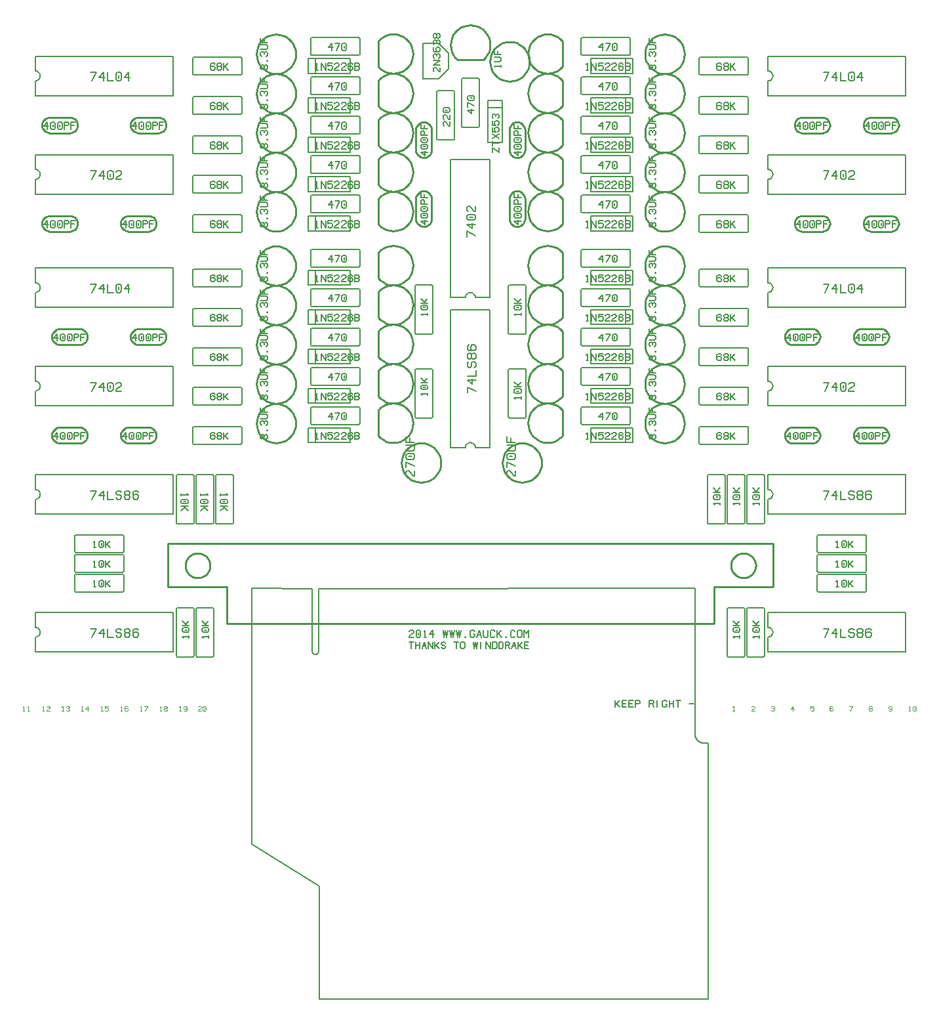
<source format=gto>
%FSTAX24Y24*%
%MOIN*%
%IN SILK1.GBR *%
%ADD10C,0.0041*%
%ADD11C,0.0050*%
%ADD12C,0.0054*%
%ADD13C,0.0057*%
%ADD14C,0.0071*%
%ADD15C,0.0080*%
%ADD16C,0.0100*%
G54D16*G01X027351Y030092D02*X027524Y030077D01*X027693Y030032*
X027851Y029958*X027994Y029858*X028117Y029735*Y02845*X027994Y028326*
X027851Y028226*X027693Y028153*X027524Y028108*X027351Y028092*
X027177Y028108*X027009Y028153*X026851Y028226*X026708Y028326*
X026585Y02845*X026485Y028592*X026411Y02875*X026366Y028919*
X026351Y029092*X026366Y029266*X026411Y029434*X026485Y029592*
X026585Y029735*X026708Y029858*X026851Y029958*X027009Y030032*
X027177Y030077*X027351Y030092*G54D15*G01X037551Y015317D02*
X037501Y015267D01*X035101*X035051Y015317*Y016117*X035101Y016167*
X037501*X037551Y016117*Y015317*X043551Y008817D02*X043501Y008767D01*
X041101*X041051Y008817*Y009617*X041101Y009667*X043501*X043551Y009617*
Y008817*X031676Y026842D02*Y026092D01*X029551*Y026842*X031676*
X031301Y026092D02*Y026842D01*G54D10*G01X036761Y001926D02*
X036802Y001967D01*Y001719*X036844*X036802D02*X036761D01*
X037714Y001926D02*X037755Y001967D01*X037838*X037879Y001926*Y001885*
X037838Y001843*X037714Y00176*Y001719*X037879*X038708Y001926D02*
X038749Y001967D01*X038832*X038874Y001926*Y001885*X038832Y001843*
X038874Y001802*Y00176*X038832Y001719*X038749*X038708Y00176*
X038832Y001843D02*X038791D01*X039826Y001719D02*Y001967D01*
X039702Y001822*X039868*X040862Y001967D02*X040696D01*Y001843*
X040738Y001885*X040821*X040862Y001843*Y00176*X040821Y001719*X040738*
X040696Y00176*X041856Y001926D02*X041815Y001967D01*X041732*
X041691Y001926*Y00176*X041732Y001719*X041815*X041856Y00176*Y001822*
X041815Y001864*X041732*X041691Y001822*X042685Y001967D02*X042851D01*
X042726Y001719*X043804Y001843D02*X043845Y001885D01*Y001926*
X043804Y001967*X043721*X043679Y001926*Y001885*X043721Y001843*X043804*
X043845Y001802*Y00176*X043804Y001719*X043721*X043679Y00176*Y001802*
X043721Y001843*X044674Y00176D02*X044715Y001719D01*X044798*
X044839Y00176*Y001926*X044798Y001967*X044715*X044674Y001926*Y001864*
X044715Y001822*X044798*X044839Y001864*X045709Y001926D02*
X045751Y001967D01*Y001719*X045792*X045751D02*X045709D01*
X046082Y001926D02*X046041Y001967D01*X045958*X045916Y001926*Y00176*
X045958Y001719*X046041*X046082Y00176*Y001926*X045999Y001885D02*
Y001802D01*G54D15*G01X031676Y024092D02*Y023342D01*X029551*Y024092*
X031676*X031301Y023342D02*Y024092D01*X031676Y020092D02*Y019342D01*
X029551*Y020092*X031676*X031301Y019342D02*Y020092D01*G54D16*
G01X027351Y017342D02*X027524Y017327D01*X027693Y017282*X027851Y017208*
X027994Y017108*X028117Y016985*Y0157*X027994Y015576*X027851Y015476*
X027693Y015403*X027524Y015358*X027351Y015342*X027177Y015358*
X027009Y015403*X026851Y015476*X026708Y015576*X026585Y0157*
X026485Y015842*X026411Y016*X026366Y016169*X026351Y016342*
X026366Y016516*X026411Y016684*X026485Y016842*X026585Y016985*
X026708Y017108*X026851Y017208*X027009Y017282*X027177Y017327*
X027351Y017342*G54D15*G01X011801Y019317D02*X011751Y019267D01*X009351*
X009301Y019317*Y020117*X009351Y020167*X011751*X011801Y020117*Y019317*
G54D16*G01X019501Y023342D02*X019327Y023358D01*X019159Y023403*
X019001Y023476*X018858Y023576*X018735Y0237*Y024985*X018858Y025108*
X019001Y025208*X019159Y025282*X019327Y025327*X019501Y025342*
X019674Y025327*X019843Y025282*X020001Y025208*X020144Y025108*
X020267Y024985*X020367Y024842*X02044Y024684*X020486Y024516*
X020501Y024342*X020486Y024169*X02044Y024*X020367Y023842*X020267Y0237*
X020144Y023576*X020001Y023476*X019843Y023403*X019674Y023358*
X019501Y023342*X014551Y035074D02*X014536Y035247D01*X01449Y035416*
X014417Y035574*X014317Y035717*X014194Y03584*X014051Y03594*
X013893Y036013*X013724Y036059*X013551Y036074*X013377Y036059*
X013209Y036013*X013051Y03594*X012908Y03584*X012785Y035717*
X012685Y035574*X012611Y035416*X012566Y035247*X012551Y035074*
X012566Y0349*X012611Y034732*X012685Y034574*X012785Y034431*
X012908Y034308*X013051Y034208*X013209Y034134*X013377Y034089*
X013551Y034074*X013724Y034089*X013893Y034134*X014051Y034208*
X014194Y034308*X014317Y034431*X014417Y034574*X01449Y034732*
X014536Y0349*X014551Y035074*X034301Y016324D02*X034286Y016497D01*
X03424Y016666*X034167Y016824*X034067Y016967*X033944Y01709*
X033801Y01719*X033643Y017263*X033474Y017309*X033301Y017324*
X033127Y017309*X032959Y017263*X032801Y01719*X032658Y01709*
X032535Y016967*X032435Y016824*X032361Y016666*X032316Y016497*
X032301Y016324*X032316Y01615*X032361Y015982*X032435Y015824*
X032535Y015681*X032658Y015558*X032801Y015458*X032959Y015384*
X033127Y015339*X033301Y015324*X033474Y015339*X033643Y015384*
X033801Y015458*X033944Y015558*X034067Y015681*X034167Y015824*
X03424Y015982*X034286Y01615*X034301Y016324*X014551Y020324D02*
X014536Y020497D01*X01449Y020666*X014417Y020824*X014317Y020967*
X014194Y02109*X014051Y02119*X013893Y021263*X013724Y021309*
X013551Y021324*X013377Y021309*X013209Y021263*X013051Y02119*
X012908Y02109*X012785Y020967*X012685Y020824*X012611Y020666*
X012566Y020497*X012551Y020324*X012566Y02015*X012611Y019982*
X012685Y019824*X012785Y019681*X012908Y019558*X013051Y019458*
X013209Y019384*X013377Y019339*X013551Y019324*X013724Y019339*
X013893Y019384*X014051Y019458*X014194Y019558*X014317Y019681*
X014417Y019824*X01449Y019982*X014536Y02015*X014551Y020324*
X025801Y029817D02*X02589Y029827D01*X025974Y029857*X02605Y029905*
X026113Y029968*X026161Y030044*X026191Y030128*X026201Y030217*Y031217*
X026191Y031306*X026161Y031391*X026113Y031467*X02605Y03153*
X025974Y031578*X02589Y031607*X025801Y031617*X025712Y031607*
X025627Y031578*X025551Y03153*X025488Y031467*X02544Y031391*
X025411Y031306*X025401Y031217*Y030217*X025411Y030128*X02544Y030044*
X025488Y029968*X025551Y029905*X025627Y029857*X025712Y029827*
X025801Y029817*X002151Y015717D02*X002161Y015628D01*X00219Y015544*
X002238Y015468*X002301Y015405*X002377Y015357*X002462Y015327*
X002551Y015317*X003551*X00364Y015327*X003724Y015357*X0038Y015405*
X003863Y015468*X003911Y015544*X003941Y015628*X003951Y015717*
X003941Y015806*X003911Y015891*X003863Y015967*X0038Y01603*
X003724Y016078*X00364Y016107*X003551Y016117*X002551*X002462Y016107*
X002377Y016078*X002301Y01603*X002238Y015967*X00219Y015891*
X002161Y015806*X002151Y015717*G54D15*G01X031676Y018092D02*Y017342D01*
X029551*Y018092*X031676*X031301Y017342D02*Y018092D01*X015176Y030092D02*
Y030842D01*X017301*Y030092*X015176*X015551Y030842D02*Y030092D01*
X015176Y017342D02*Y018092D01*X017301*Y017342*X015176*X015551Y018092D02*
Y017342D01*X031676Y030842D02*Y030092D01*X029551*Y030842*X031676*
X031301Y030092D02*Y030842D01*G54D16*G01X014551Y016324D02*
X014536Y016497D01*X01449Y016666*X014417Y016824*X014317Y016967*
X014194Y01709*X014051Y01719*X013893Y017263*X013724Y017309*
X013551Y017324*X013377Y017309*X013209Y017263*X013051Y01719*
X012908Y01709*X012785Y016967*X012685Y016824*X012611Y016666*
X012566Y016497*X012551Y016324*X012566Y01615*X012611Y015982*
X012685Y015824*X012785Y015681*X012908Y015558*X013051Y015458*
X013209Y015384*X013377Y015339*X013551Y015324*X013724Y015339*
X013893Y015384*X014051Y015458*X014194Y015558*X014317Y015681*
X014417Y015824*X01449Y015982*X014536Y01615*X014551Y016324*G54D11*
G01X038551Y005467D02*Y004717D01*X045551*Y006717*X038551*Y005967*
X038628Y005955*X038698Y00592*X038753Y005864*X038789Y005795*
X038801Y005717*X038789Y00564*X038753Y00557*X038698Y005515*
X038628Y00548*X038551Y005467*Y022967D02*Y022217D01*X045551*Y024217*
X038551*Y023467*X038628Y023455*X038698Y02342*X038753Y023364*
X038789Y023295*X038801Y023217*X038789Y02314*X038753Y02307*
X038698Y023015*X038628Y02298*X038551Y022967*Y017967D02*Y017217D01*
X045551*Y019217*X038551*Y018467*X038628Y018455*X038698Y01842*
X038753Y018364*X038789Y018295*X038801Y018217*X038789Y01814*
X038753Y01807*X038698Y018015*X038628Y01798*X038551Y017967*
X001301Y028717D02*Y027967D01*X008301*Y029967*X001301*Y029217*
X001378Y029205*X001448Y02917*X001503Y029114*X001539Y029045*
X001551Y028967*X001539Y02889*X001503Y02882*X001448Y028765*
X001378Y02873*X001301Y028717*G54D16*G01X027351Y023342D02*
X027524Y023327D01*X027693Y023282*X027851Y023208*X027994Y023108*
X028117Y022985*Y0217*X027994Y021576*X027851Y021476*X027693Y021403*
X027524Y021358*X027351Y021342*X027177Y021358*X027009Y021403*
X026851Y021476*X026708Y021576*X026585Y0217*X026485Y021842*X026411Y022*
X026366Y022169*X026351Y022342*X026366Y022516*X026411Y022684*
X026485Y022842*X026585Y022985*X026708Y023108*X026851Y023208*
X027009Y023282*X027177Y023327*X027351Y023342*Y019342D02*
X027524Y019327D01*X027693Y019282*X027851Y019208*X027994Y019108*
X028117Y018985*Y0177*X027994Y017576*X027851Y017476*X027693Y017403*
X027524Y017358*X027351Y017342*X027177Y017358*X027009Y017403*
X026851Y017476*X026708Y017576*X026585Y0177*X026485Y017842*X026411Y018*
X026366Y018169*X026351Y018342*X026366Y018516*X026411Y018684*
X026485Y018842*X026585Y018985*X026708Y019108*X026851Y019208*
X027009Y019282*X027177Y019327*X027351Y019342*Y025342D02*
X027524Y025327D01*X027693Y025282*X027851Y025208*X027994Y025108*
X028117Y024985*Y0237*X027994Y023576*X027851Y023476*X027693Y023403*
X027524Y023358*X027351Y023342*X027177Y023358*X027009Y023403*
X026851Y023476*X026708Y023576*X026585Y0237*X026485Y023842*X026411Y024*
X026366Y024169*X026351Y024342*X026366Y024516*X026411Y024684*
X026485Y024842*X026585Y024985*X026708Y025108*X026851Y025208*
X027009Y025282*X027177Y025327*X027351Y025342*X034301Y031074D02*
X034286Y031247D01*X03424Y031416*X034167Y031574*X034067Y031717*
X033944Y03184*X033801Y03194*X033643Y032013*X033474Y032059*
X033301Y032074*X033127Y032059*X032959Y032013*X032801Y03194*
X032658Y03184*X032535Y031717*X032435Y031574*X032361Y031416*
X032316Y031247*X032301Y031074*X032316Y0309*X032361Y030732*
X032435Y030574*X032535Y030431*X032658Y030308*X032801Y030208*
X032959Y030134*X033127Y030089*X033301Y030074*X033474Y030089*
X033643Y030134*X033801Y030208*X033944Y030308*X034067Y030431*
X034167Y030574*X03424Y030732*X034286Y0309*X034301Y031074*G54D15*
G01X031551Y035067D02*X031501Y035017D01*X029101*X029051Y035067*Y035867*
X029101Y035917*X031501*X031551Y035867*Y035067*G54D16*
G01X027351Y028092D02*X027524Y028077D01*X027693Y028032*X027851Y027958*
X027994Y027858*X028117Y027735*Y02645*X027994Y026326*X027851Y026226*
X027693Y026153*X027524Y026108*X027351Y026092*X027177Y026108*
X027009Y026153*X026851Y026226*X026708Y026326*X026585Y02645*
X026485Y026592*X026411Y02675*X026366Y026919*X026351Y027092*
X026366Y027266*X026411Y027434*X026485Y027592*X026585Y027735*
X026708Y027858*X026851Y027958*X027009Y028032*X027177Y028077*
X027351Y028092*X025051Y014324D02*X025066Y01415D01*X025111Y013982*
X025185Y013824*X025285Y013681*X025408Y013558*X025551Y013458*
X025709Y013384*X025877Y013339*X026051Y013324*X026224Y013339*
X026393Y013384*X026551Y013458*X026694Y013558*X026817Y013681*
X026917Y013824*X02699Y013982*X027036Y01415*X027051Y014324*
X027036Y014497*X02699Y014666*X026917Y014824*X026817Y014966*
X026694Y01509*X026551Y01519*X026393Y015263*X026224Y015309*
X026051Y015324*X025877Y015309*X025709Y015263*X025551Y01519*
X025408Y01509*X025285Y014966*X025185Y014824*X025111Y014666*
X025066Y014497*X025051Y014324*X019926D02*X019941Y01415D01*
X019986Y013982*X02006Y013824*X02016Y013681*X020283Y013558*
X020426Y013458*X020584Y013384*X020752Y013339*X020926Y013324*
X021099Y013339*X021268Y013384*X021426Y013458*X021569Y013558*
X021692Y013681*X021792Y013824*X021865Y013982*X021911Y01415*
X021926Y014324*X021911Y014497*X021865Y014666*X021792Y014824*
X021692Y014966*X021569Y01509*X021426Y01519*X021268Y015263*
X021099Y015309*X020926Y015324*X020752Y015309*X020584Y015263*
X020426Y01519*X020283Y01509*X02016Y014966*X02006Y014824*X019986Y014666*
X019941Y014497*X019926Y014324*G54D15*G01X017801Y016317D02*
X017751Y016267D01*X015351*X015301Y016317*Y017117*X015351Y017167*
X017751*X017801Y017117*Y016317*X037526Y004467D02*X037476Y004517D01*
Y006917*X037526Y006967*X038326*X038376Y006917*Y004517*X038326Y004467*
X037526*G54D10*G01X000669Y001925D02*X00071Y001966D01*Y001717*X000751*
X00071D02*X000669D01*X000917Y001925D02*X000959Y001966D01*Y001717*X001*
X000959D02*X000917D01*X001663Y001925D02*X001704Y001966D01*Y001717*
X001746*X001704D02*X001663D01*X00187Y001925D02*X001911Y001966D01*
X001994*X002036Y001925*Y001883*X001994Y001842*X00187Y001759*Y001717*
X002036*X002657Y001925D02*X002699Y001966D01*Y001717*X00274*X002699D02*
X002657D01*X002864Y001925D02*X002906Y001966D01*X002989*X00303Y001925*
Y001883*X002989Y001842*X00303Y0018*Y001759*X002989Y001717*X002906*
X002864Y001759*X002989Y001842D02*X002947D01*X003651Y001925D02*
X003693Y001966D01*Y001717*X003734*X003693D02*X003651D01*X003983D02*
Y001966D01*X003859Y001821*X004024*X004646Y001925D02*X004687Y001966D01*
Y001717*X004729*X004687D02*X004646D01*X005019Y001966D02*X004853D01*
Y001842*X004894Y001883*X004977*X005019Y001842*Y001759*X004977Y001717*
X004894*X004853Y001759*X00564Y001925D02*X005681Y001966D01*Y001717*
X005723*X005681D02*X00564D01*X006013Y001925D02*X005971Y001966D01*
X005889*X005847Y001925*Y001759*X005889Y001717*X005971*X006013Y001759*
Y001821*X005971Y001862*X005889*X005847Y001821*X006634Y001925D02*
X006676Y001966D01*Y001717*X006717*X006676D02*X006634D01*
X006841Y001966D02*X007007D01*X006883Y001717*X007629Y001925D02*
X00767Y001966D01*Y001717*X007711*X00767D02*X007629D01*X00796Y001842D02*
X008001Y001883D01*Y001925*X00796Y001966*X007877*X007836Y001925*Y001883*
X007877Y001842*X00796*X008001Y0018*Y001759*X00796Y001717*X007877*
X007836Y001759*Y0018*X007877Y001842*X008623Y001925D02*
X008664Y001966D01*Y001717*X008706*X008664D02*X008623D01*
X00883Y001759D02*X008871Y001717D01*X008954*X008996Y001759*Y001925*
X008954Y001966*X008871*X00883Y001925*Y001862*X008871Y001821*X008954*
X008996Y001862*X009576Y001925D02*X009617Y001966D01*X0097*
X009741Y001925*Y001883*X0097Y001842*X009576Y001759*Y001717*X009741*
X00999Y001925D02*X009949Y001966D01*X009866*X009824Y001925*Y001759*
X009866Y001717*X009949*X00999Y001759*Y001925*X009907Y001883D02*
Y0018D01*G54D16*G01X014551Y033074D02*X014536Y033247D01*X01449Y033416*
X014417Y033574*X014317Y033717*X014194Y03384*X014051Y03394*
X013893Y034013*X013724Y034059*X013551Y034074*X013377Y034059*
X013209Y034013*X013051Y03394*X012908Y03384*X012785Y033717*
X012685Y033574*X012611Y033416*X012566Y033247*X012551Y033074*
X012566Y0329*X012611Y032732*X012685Y032574*X012785Y032431*
X012908Y032308*X013051Y032208*X013209Y032134*X013377Y032089*
X013551Y032074*X013724Y032089*X013893Y032134*X014051Y032208*
X014194Y032308*X014317Y032431*X014417Y032574*X01449Y032732*
X014536Y0329*X014551Y033074*G54D15*G01X031551Y016317D02*
X031501Y016267D01*X029101*X029051Y016317*Y017117*X029101Y017167*
X031501*X031551Y017117*Y016317*Y024317D02*X031501Y024267D01*X029101*
X029051Y024317*Y025117*X029101Y025167*X031501*X031551Y025117*Y024317*
X017801Y029067D02*X017751Y029017D01*X015351*X015301Y029067*Y029867*
X015351Y029917*X017751*X017801Y029867*Y029067*X011801Y023317D02*
X011751Y023267D01*X009351*X009301Y023317*Y024117*X009351Y024167*
X011751*X011801Y024117*Y023317*X031551Y020317D02*X031501Y020267D01*
X029101*X029051Y020317*Y021117*X029101Y021167*X031501*X031551Y021117*
Y020317*X017801Y027067D02*X017751Y027017D01*X015351*X015301Y027067*
Y027867*X015351Y027917*X017751*X017801Y027867*Y027067*G54D16*
G01X034301Y022324D02*X034286Y022497D01*X03424Y022666*X034167Y022824*
X034067Y022967*X033944Y02309*X033801Y02319*X033643Y023263*
X033474Y023309*X033301Y023324*X033127Y023309*X032959Y023263*
X032801Y02319*X032658Y02309*X032535Y022967*X032435Y022824*
X032361Y022666*X032316Y022497*X032301Y022324*X032316Y02215*
X032361Y021982*X032435Y021824*X032535Y021681*X032658Y021558*
X032801Y021458*X032959Y021384*X033127Y021339*X033301Y021324*
X033474Y021339*X033643Y021384*X033801Y021458*X033944Y021558*
X034067Y021681*X034167Y021824*X03424Y021982*X034286Y02215*
X034301Y022324*X014551Y024324D02*X014536Y024497D01*X01449Y024666*
X014417Y024824*X014317Y024967*X014194Y02509*X014051Y02519*
X013893Y025263*X013724Y025309*X013551Y025324*X013377Y025309*
X013209Y025263*X013051Y02519*X012908Y02509*X012785Y024967*
X012685Y024824*X012611Y024666*X012566Y024497*X012551Y024324*
X012566Y02415*X012611Y023982*X012685Y023824*X012785Y023681*
X012908Y023558*X013051Y023458*X013209Y023384*X013377Y023339*
X013551Y023324*X013724Y023339*X013893Y023384*X014051Y023458*
X014194Y023558*X014317Y023681*X014417Y023824*X01449Y023982*
X014536Y02415*X014551Y024324*G54D15*G01X031551Y029067D02*
X031501Y029017D01*X029101*X029051Y029067*Y029867*X029101Y029917*
X031501*X031551Y029867*Y029067*G54D16*G01X019501Y019342D02*
X019327Y019358D01*X019159Y019403*X019001Y019476*X018858Y019576*
X018735Y0197*Y020985*X018858Y021108*X019001Y021208*X019159Y021282*
X019327Y021327*X019501Y021342*X019674Y021327*X019843Y021282*
X020001Y021208*X020144Y021108*X020267Y020985*X020367Y020842*
X02044Y020684*X020486Y020516*X020501Y020342*X020486Y020169*X02044Y02*
X020367Y019842*X020267Y0197*X020144Y019576*X020001Y019476*
X019843Y019403*X019674Y019358*X019501Y019342*G54D11*
G01X023676Y022717D02*X024426D01*Y029717*X022426*Y022717*X023176*
X023188Y022795*X023224Y022864*X023279Y02292*X023348Y022955*
X023426Y022967*X023503Y022955*X023573Y02292*X023628Y022864*
X023664Y022795*X023676Y022717*G54D15*G01X031676Y022092D02*Y021342D01*
X029551*Y022092*X031676*X031301Y021342D02*Y022092D01*X031676Y034842D02*
Y034092D01*X029551*Y034842*X031676*X031301Y034092D02*Y034842D01*
X037551Y023317D02*X037501Y023267D01*X035101*X035051Y023317*Y024117*
X035101Y024167*X037501*X037551Y024117*Y023317*X009326Y013717D02*
X009376Y013667D01*Y011267*X009326Y011217*X008526*X008476Y011267*
Y013667*X008526Y013717*X009326*G54D16*G01X034301Y020324D02*
X034286Y020497D01*X03424Y020666*X034167Y020824*X034067Y020967*
X033944Y02109*X033801Y02119*X033643Y021263*X033474Y021309*
X033301Y021324*X033127Y021309*X032959Y021263*X032801Y02119*
X032658Y02109*X032535Y020967*X032435Y020824*X032361Y020666*
X032316Y020497*X032301Y020324*X032316Y02015*X032361Y019982*
X032435Y019824*X032535Y019681*X032658Y019558*X032801Y019458*
X032959Y019384*X033127Y019339*X033301Y019324*X033474Y019339*
X033643Y019384*X033801Y019458*X033944Y019558*X034067Y019681*
X034167Y019824*X03424Y019982*X034286Y02015*X034301Y020324*
X014551Y022324D02*X014536Y022497D01*X01449Y022666*X014417Y022824*
X014317Y022967*X014194Y02309*X014051Y02319*X013893Y023263*
X013724Y023309*X013551Y023324*X013377Y023309*X013209Y023263*
X013051Y02319*X012908Y02309*X012785Y022967*X012685Y022824*
X012611Y022666*X012566Y022497*X012551Y022324*X012566Y02215*
X012611Y021982*X012685Y021824*X012785Y021681*X012908Y021558*
X013051Y021458*X013209Y021384*X013377Y021339*X013551Y021324*
X013724Y021339*X013893Y021384*X014051Y021458*X014194Y021558*
X014317Y021681*X014417Y021824*X01449Y021982*X014536Y02215*
X014551Y022324*X027351Y032092D02*X027524Y032077D01*X027693Y032032*
X027851Y031958*X027994Y031858*X028117Y031735*Y03045*X027994Y030326*
X027851Y030226*X027693Y030153*X027524Y030108*X027351Y030092*
X027177Y030108*X027009Y030153*X026851Y030226*X026708Y030326*
X026585Y03045*X026485Y030592*X026411Y03075*X026366Y030919*
X026351Y031092*X026366Y031266*X026411Y031434*X026485Y031592*
X026585Y031735*X026708Y031858*X026851Y031958*X027009Y032032*
X027177Y032077*X027351Y032092*X041201Y020717D02*X041191Y020806D01*
X041161Y020891*X041113Y020967*X04105Y02103*X040974Y021078*
X04089Y021107*X040801Y021117*X039801*X039712Y021107*X039627Y021078*
X039551Y02103*X039488Y020967*X03944Y020891*X039411Y020806*
X039401Y020717*X039411Y020628*X03944Y020544*X039488Y020468*
X039551Y020405*X039627Y020357*X039712Y020327*X039801Y020317*X040801*
X04089Y020327*X040974Y020357*X04105Y020405*X041113Y020468*
X041161Y020544*X041191Y020628*X041201Y020717*X044701D02*
X044691Y020806D01*X044661Y020891*X044613Y020967*X04455Y02103*
X044474Y021078*X04439Y021107*X044301Y021117*X043301*X043212Y021107*
X043127Y021078*X043051Y02103*X042988Y020967*X04294Y020891*
X042911Y020806*X042901Y020717*X042911Y020628*X04294Y020544*
X042988Y020468*X043051Y020405*X043127Y020357*X043212Y020327*
X043301Y020317*X044301*X04439Y020327*X044474Y020357*X04455Y020405*
X044613Y020468*X044661Y020544*X044691Y020628*X044701Y020717*G54D11*
G01X038551Y033717D02*Y032967D01*X045551*Y034967*X038551*Y034217*
X038628Y034205*X038698Y03417*X038753Y034114*X038789Y034045*
X038801Y033967*X038789Y03389*X038753Y03382*X038698Y033765*
X038628Y03373*X038551Y033717*X001301Y022967D02*Y022217D01*X008301*
Y024217*X001301*Y023467*X001378Y023455*X001448Y02342*X001503Y023364*
X001539Y023295*X001551Y023217*X001539Y02314*X001503Y02307*
X001448Y023015*X001378Y02298*X001301Y022967*G54D16*
G01X019501Y032092D02*X019327Y032108D01*X019159Y032153*X019001Y032226*
X018858Y032326*X018735Y03245*Y033735*X018858Y033858*X019001Y033958*
X019159Y034032*X019327Y034077*X019501Y034092*X019674Y034077*
X019843Y034032*X020001Y033958*X020144Y033858*X020267Y033735*
X020367Y033592*X02044Y033434*X020486Y033266*X020501Y033092*
X020486Y032919*X02044Y03275*X020367Y032592*X020267Y03245*
X020144Y032326*X020001Y032226*X019843Y032153*X019674Y032108*
X019501Y032092*X014551Y018324D02*X014536Y018497D01*X01449Y018666*
X014417Y018824*X014317Y018967*X014194Y01909*X014051Y01919*
X013893Y019263*X013724Y019309*X013551Y019324*X013377Y019309*
X013209Y019263*X013051Y01919*X012908Y01909*X012785Y018967*
X012685Y018824*X012611Y018666*X012566Y018497*X012551Y018324*
X012566Y01815*X012611Y017982*X012685Y017824*X012785Y017681*
X012908Y017558*X013051Y017458*X013209Y017384*X013377Y017339*
X013551Y017324*X013724Y017339*X013893Y017384*X014051Y017458*
X014194Y017558*X014317Y017681*X014417Y017824*X01449Y017982*
X014536Y01815*X014551Y018324*Y027074D02*X014536Y027247D01*
X01449Y027416*X014417Y027574*X014317Y027717*X014194Y02784*
X014051Y02794*X013893Y028013*X013724Y028059*X013551Y028074*
X013377Y028059*X013209Y028013*X013051Y02794*X012908Y02784*
X012785Y027717*X012685Y027574*X012611Y027416*X012566Y027247*
X012551Y027074*X012566Y0269*X012611Y026732*X012685Y026574*
X012785Y026431*X012908Y026308*X013051Y026208*X013209Y026134*
X013377Y026089*X013551Y026074*X013724Y026089*X013893Y026134*
X014051Y026208*X014194Y026308*X014317Y026431*X014417Y026574*
X01449Y026732*X014536Y0269*X014551Y027074*G54D15*G01X015176Y021342D02*
Y022092D01*X017301*Y021342*X015176*X015551Y022092D02*Y021342D01*
X024301Y032717D02*X025051D01*Y030592*X024301*Y032717*X025051Y032342D02*
X024301D01*X037551Y021317D02*X037501Y021267D01*X035101*X035051Y021317*
Y022117*X035101Y022167*X037501*X037551Y022117*Y021317*
X031551Y022317D02*X031501Y022267D01*X029101*X029051Y022317*Y023117*
X029101Y023167*X031501*X031551Y023117*Y022317*G54D16*
G01X021051Y031617D02*X020962Y031607D01*X020877Y031578*X020801Y03153*
X020738Y031467*X02069Y031391*X020661Y031306*X020651Y031217*Y030217*
X020661Y030128*X02069Y030044*X020738Y029968*X020801Y029905*
X020877Y029857*X020962Y029827*X021051Y029817*X02114Y029827*
X021224Y029857*X0213Y029905*X021363Y029968*X021411Y030044*
X021441Y030128*X021451Y030217*Y031217*X021441Y031306*X021411Y031391*
X021363Y031467*X0213Y03153*X021224Y031578*X02114Y031607*X021051Y031617*
G54D15*G01X020651Y016592D02*X020601Y016642D01*Y019042*X020651Y019092*
X021451*X021501Y019042*Y016642*X021451Y016592*X020651*X025401D02*
X025351Y016642D01*Y019042*X025401Y019092*X026201*X026251Y019042*
Y016642*X026201Y016592*X025401*X017801Y031067D02*X017751Y031017D01*
X015351*X015301Y031067*Y031867*X015351Y031917*X017751*X017801Y031867*
Y031067*X037551Y026067D02*X037501Y026017D01*X035101*X035051Y026067*
Y026867*X035101Y026917*X037501*X037551Y026867*Y026067*
X011801Y015317D02*X011751Y015267D01*X009351*X009301Y015317*Y016117*
X009351Y016167*X011751*X011801Y016117*Y015317*X031551Y027067D02*
X031501Y027017D01*X029101*X029051Y027067*Y027867*X029101Y027917*
X031501*X031551Y027867*Y027067*X037551Y017317D02*X037501Y017267D01*
X035101*X035051Y017317*Y018117*X035101Y018167*X037501*X037551Y018117*
Y017317*X031551Y018317D02*X031501Y018267D01*X029101*X029051Y018317*
Y019117*X029101Y019167*X031501*X031551Y019117*Y018317*
X017801Y033067D02*X017751Y033017D01*X015351*X015301Y033067*Y033867*
X015351Y033917*X017751*X017801Y033867*Y033067*G54D16*
G01X019501Y034092D02*X019327Y034108D01*X019159Y034153*X019001Y034226*
X018858Y034326*X018735Y03445*Y035735*X018858Y035858*X019001Y035958*
X019159Y036032*X019327Y036077*X019501Y036092*X019674Y036077*
X019843Y036032*X020001Y035958*X020144Y035858*X020267Y035735*
X020367Y035592*X02044Y035434*X020486Y035266*X020501Y035092*
X020486Y034919*X02044Y03475*X020367Y034592*X020267Y03445*
X020144Y034326*X020001Y034226*X019843Y034153*X019674Y034108*
X019501Y034092*G54D15*G01X011801Y032067D02*X011751Y032017D01*X009351*
X009301Y032067*Y032867*X009351Y032917*X011751*X011801Y032867*Y032067*
X017801Y018317D02*X017751Y018267D01*X015351*X015301Y018317*Y019117*
X015351Y019167*X017751*X017801Y019117*Y018317*G54D16*
G01X034301Y029074D02*X034286Y029247D01*X03424Y029416*X034167Y029574*
X034067Y029717*X033944Y02984*X033801Y02994*X033643Y030013*
X033474Y030059*X033301Y030074*X033127Y030059*X032959Y030013*
X032801Y02994*X032658Y02984*X032535Y029717*X032435Y029574*
X032361Y029416*X032316Y029247*X032301Y029074*X032316Y0289*
X032361Y028732*X032435Y028574*X032535Y028431*X032658Y028308*
X032801Y028208*X032959Y028134*X033127Y028089*X033301Y028074*
X033474Y028089*X033643Y028134*X033801Y028208*X033944Y028308*
X034067Y028431*X034167Y028574*X03424Y028732*X034286Y0289*
X034301Y029074*Y027074D02*X034286Y027247D01*X03424Y027416*
X034167Y027574*X034067Y027717*X033944Y02784*X033801Y02794*
X033643Y028013*X033474Y028059*X033301Y028074*X033127Y028059*
X032959Y028013*X032801Y02794*X032658Y02784*X032535Y027717*
X032435Y027574*X032361Y027416*X032316Y027247*X032301Y027074*
X032316Y0269*X032361Y026732*X032435Y026574*X032535Y026431*
X032658Y026308*X032801Y026208*X032959Y026134*X033127Y026089*
X033301Y026074*X033474Y026089*X033643Y026134*X033801Y026208*
X033944Y026308*X034067Y026431*X034167Y026574*X03424Y026732*
X034286Y0269*X034301Y027074*X014551Y029074D02*X014536Y029247D01*
X01449Y029416*X014417Y029574*X014317Y029717*X014194Y02984*
X014051Y02994*X013893Y030013*X013724Y030059*X013551Y030074*
X013377Y030059*X013209Y030013*X013051Y02994*X012908Y02984*
X012785Y029717*X012685Y029574*X012611Y029416*X012566Y029247*
X012551Y029074*X012566Y0289*X012611Y028732*X012685Y028574*
X012785Y028431*X012908Y028308*X013051Y028208*X013209Y028134*
X013377Y028089*X013551Y028074*X013724Y028089*X013893Y028134*
X014051Y028208*X014194Y028308*X014317Y028431*X014417Y028574*
X01449Y028732*X014536Y0289*X014551Y029074*G54D15*G01X037326Y013717D02*
X037376Y013667D01*Y011267*X037326Y011217*X036526*X036476Y011267*
Y013667*X036526Y013717*X037326*G54D13*G01X030788Y002247D02*Y002018D01*
Y001904*Y002018D02*X030845Y002076D01*X031017Y001904*X030845Y002076D02*
X031017Y002247D01*X03136D02*X031131D01*Y002076*Y001904*X03136*
X031131Y002076D02*X031303D01*X031703Y002247D02*X031474D01*Y002076*
Y001904*X031703*X031474Y002076D02*X031645D01*X031817Y001904D02*
Y002247D01*X031988*X032045Y00219*Y002133*X031988Y002076*X031817*
X032503Y001904D02*Y002247D01*X032674*X032731Y00219*Y002133*
X032674Y002076*X032731Y001904*X032674Y002076D02*X032503D01*
X032903Y001904D02*Y002247D01*X033417Y00219D02*X03336Y002247D01*X033245*
X033188Y00219*Y001961*X033245Y001904*X03336*X033417Y001961*Y002047*
X03336*X033531Y002247D02*Y002076D01*Y001904*Y002076D02*X03376D01*
Y002247*Y002076D02*Y001904D01*X033988D02*Y002247D01*X034103*X033988D02*
X033874D01*X03456Y002076D02*X034788D01*G54D16*G01X001651Y031467D02*
X001661Y031378D01*X00169Y031294*X001738Y031218*X001801Y031155*
X001877Y031107*X001962Y031077*X002051Y031067*X003051*X00314Y031077*
X003224Y031107*X0033Y031155*X003363Y031218*X003411Y031294*
X003441Y031378*X003451Y031467*X003441Y031556*X003411Y031641*
X003363Y031717*X0033Y03178*X003224Y031828*X00314Y031857*X003051Y031867*
X002051*X001962Y031857*X001877Y031828*X001801Y03178*X001738Y031717*
X00169Y031641*X001661Y031556*X001651Y031467*G54D15*
G01X043551Y007817D02*X043501Y007767D01*X041101*X041051Y007817*Y008617*
X041101Y008667*X043501*X043551Y008617*Y007817*G54D16*
G01X019501Y026092D02*X019327Y026108D01*X019159Y026153*X019001Y026226*
X018858Y026326*X018735Y02645*Y027735*X018858Y027858*X019001Y027958*
X019159Y028032*X019327Y028077*X019501Y028092*X019674Y028077*
X019843Y028032*X020001Y027958*X020144Y027858*X020267Y027735*
X020367Y027592*X02044Y027434*X020486Y027266*X020501Y027092*
X020486Y026919*X02044Y02675*X020367Y026592*X020267Y02645*
X020144Y026326*X020001Y026226*X019843Y026153*X019674Y026108*
X019501Y026092*X014551Y031074D02*X014536Y031247D01*X01449Y031416*
X014417Y031574*X014317Y031717*X014194Y03184*X014051Y03194*
X013893Y032013*X013724Y032059*X013551Y032074*X013377Y032059*
X013209Y032013*X013051Y03194*X012908Y03184*X012785Y031717*
X012685Y031574*X012611Y031416*X012566Y031247*X012551Y031074*
X012566Y0309*X012611Y030732*X012685Y030574*X012785Y030431*
X012908Y030308*X013051Y030208*X013209Y030134*X013377Y030089*
X013551Y030074*X013724Y030089*X013893Y030134*X014051Y030208*
X014194Y030308*X014317Y030431*X014417Y030574*X01449Y030732*
X014536Y0309*X014551Y031074*X034301Y024324D02*X034286Y024497D01*
X03424Y024666*X034167Y024824*X034067Y024967*X033944Y02509*
X033801Y02519*X033643Y025263*X033474Y025309*X033301Y025324*
X033127Y025309*X032959Y025263*X032801Y02519*X032658Y02509*
X032535Y024967*X032435Y024824*X032361Y024666*X032316Y024497*
X032301Y024324*X032316Y02415*X032361Y023982*X032435Y023824*
X032535Y023681*X032658Y023558*X032801Y023458*X032959Y023384*
X033127Y023339*X033301Y023324*X033474Y023339*X033643Y023384*
X033801Y023458*X033944Y023558*X034067Y023681*X034167Y023824*
X03424Y023982*X034286Y02415*X034301Y024324*G54D15*G01X011801Y026067D02*
X011751Y026017D01*X009351*X009301Y026067*Y026867*X009351Y026917*
X011751*X011801Y026867*Y026067*X037551Y019317D02*X037501Y019267D01*
X035101*X035051Y019317*Y020117*X035101Y020167*X037501*X037551Y020117*
Y019317*X015176Y032092D02*Y032842D01*X017301*Y032092*X015176*
X015551Y032842D02*Y032092D01*X015176Y026092D02*Y026842D01*X017301*
Y026092*X015176*X015551Y026842D02*Y026092D01*X031676Y028842D02*
Y028092D01*X029551*Y028842*X031676*X031301Y028092D02*Y028842D01*
X015176Y015342D02*Y016092D01*X017301*Y015342*X015176*X015551Y016092D02*
Y015342D01*G54D16*G01X039401Y015717D02*X039411Y015628D01*X03944Y015544*
X039488Y015468*X039551Y015405*X039627Y015357*X039712Y015327*
X039801Y015317*X040801*X04089Y015327*X040974Y015357*X04105Y015405*
X041113Y015468*X041161Y015544*X041191Y015628*X041201Y015717*
X041191Y015806*X041161Y015891*X041113Y015967*X04105Y01603*
X040974Y016078*X04089Y016107*X040801Y016117*X039801*X039712Y016107*
X039627Y016078*X039551Y01603*X039488Y015967*X03944Y015891*
X039411Y015806*X039401Y015717*G54D15*G01X031676Y016092D02*Y015342D01*
X029551*Y016092*X031676*X031301Y015342D02*Y016092D01*G54D16*
G01X043401Y031467D02*X043411Y031378D01*X04344Y031294*X043488Y031218*
X043551Y031155*X043627Y031107*X043712Y031077*X043801Y031067*X044801*
X04489Y031077*X044974Y031107*X04505Y031155*X045113Y031218*
X045161Y031294*X045191Y031378*X045201Y031467*X045191Y031556*
X045161Y031641*X045113Y031717*X04505Y03178*X044974Y031828*
X04489Y031857*X044801Y031867*X043801*X043712Y031857*X043627Y031828*
X043551Y03178*X043488Y031717*X04344Y031641*X043411Y031556*
X043401Y031467*X045201Y026467D02*X045191Y026556D01*X045161Y026641*
X045113Y026717*X04505Y02678*X044974Y026828*X04489Y026857*
X044801Y026867*X043801*X043712Y026857*X043627Y026828*X043551Y02678*
X043488Y026717*X04344Y026641*X043411Y026556*X043401Y026467*
X043411Y026378*X04344Y026294*X043488Y026218*X043551Y026155*
X043627Y026107*X043712Y026077*X043801Y026067*X044801*X04489Y026077*
X044974Y026107*X04505Y026155*X045113Y026218*X045161Y026294*
X045191Y026378*X045201Y026467*G54D15*G01X005801Y009817D02*
X005751Y009767D01*X003351*X003301Y009817*Y010617*X003351Y010667*
X005751*X005801Y010617*Y009817*X036326Y013717D02*X036376Y013667D01*
Y011267*X036326Y011217*X035526*X035476Y011267*Y013667*X035526Y013717*
X036326*X020651Y020842D02*X020601Y020892D01*Y023292*X020651Y023342*
X021451*X021501Y023292*Y020892*X021451Y020842*X020651*X025401D02*
X025351Y020892D01*Y023292*X025401Y023342*X026201*X026251Y023292*
Y020892*X026201Y020842*X025401*X022576Y033217D02*X022626Y033167D01*
Y030767*X022576Y030717*X021776*X021726Y030767*Y033167*X021776Y033217*
X022576*X037526Y011217D02*X037476Y011267D01*Y013667*X037526Y013717*
X038326*X038376Y013667*Y011267*X038326Y011217*X037526*
X031551Y031067D02*X031501Y031017D01*X029101*X029051Y031067*Y031867*
X029101Y031917*X031501*X031551Y031867*Y031067*X037551Y034067D02*
X037501Y034017D01*X035101*X035051Y034067*Y034867*X035101Y034917*
X037501*X037551Y034867*Y034067*G54D11*G01X001301Y005467D02*Y004717D01*
X008301*Y006717*X001301*Y005967*X001378Y005955*X001448Y00592*
X001503Y005864*X001539Y005795*X001551Y005717*X001539Y00564*
X001503Y00557*X001448Y005515*X001378Y00548*X001301Y005467*
X038551Y028717D02*Y027967D01*X045551*Y029967*X038551*Y029217*
X038628Y029205*X038698Y02917*X038753Y029114*X038789Y029045*
X038801Y028967*X038789Y02889*X038753Y02882*X038698Y028765*
X038628Y02873*X038551Y028717*G54D16*G01X024426Y035542D02*
X024411Y035369D01*X024365Y0352*X024292Y035042*X024192Y0349*
X024069Y034776*X022783*X02266Y0349*X02256Y035042*X022486Y0352*
X022441Y035369*X022426Y035542*X022441Y035716*X022486Y035884*
X02256Y036042*X02266Y036185*X022783Y036308*X022926Y036408*
X023084Y036482*X023252Y036527*X023426Y036542*X023599Y036527*
X023768Y036482*X023926Y036408*X024069Y036308*X024192Y036185*
X024292Y036042*X024365Y035884*X024411Y035716*X024426Y035542*G54D15*
G01X011326Y013717D02*X011376Y013667D01*Y011267*X011326Y011217*X010526*
X010476Y011267*Y013667*X010526Y013717*X011326*X023826Y033842D02*
X023876Y033792D01*Y031392*X023826Y031342*X023026*X022976Y031392*
Y033792*X023026Y033842*X023826*X011801Y017317D02*X011751Y017267D01*
X009351*X009301Y017317*Y018117*X009351Y018167*X011751*X011801Y018117*
Y017317*X017801Y022317D02*X017751Y022267D01*X015351*X015301Y022317*
Y023117*X015351Y023167*X017751*X017801Y023117*Y022317*G54D16*
G01X019501Y021342D02*X019327Y021358D01*X019159Y021403*X019001Y021476*
X018858Y021576*X018735Y0217*Y022985*X018858Y023108*X019001Y023208*
X019159Y023282*X019327Y023327*X019501Y023342*X019674Y023327*
X019843Y023282*X020001Y023208*X020144Y023108*X020267Y022985*
X020367Y022842*X02044Y022684*X020486Y022516*X020501Y022342*
X020486Y022169*X02044Y022*X020367Y021842*X020267Y0217*X020144Y021576*
X020001Y021476*X019843Y021403*X019674Y021358*X019501Y021342*
X006151Y020717D02*X006161Y020628D01*X00619Y020544*X006238Y020468*
X006301Y020405*X006377Y020357*X006462Y020327*X006551Y020317*X007551*
X00764Y020327*X007724Y020357*X0078Y020405*X007863Y020468*
X007911Y020544*X007941Y020628*X007951Y020717*X007941Y020806*
X007911Y020891*X007863Y020967*X0078Y02103*X007724Y021078*X00764Y021107*
X007551Y021117*X006551*X006462Y021107*X006377Y021078*X006301Y02103*
X006238Y020967*X00619Y020891*X006161Y020806*X006151Y020717*
X035801Y008017D02*Y006167D01*X011051*X038801Y008017D02*Y010217D01*
X008051Y008017D02*Y010217D01*X038801*X011051Y006167D02*Y008017D01*
X008051*X036551D02*X038801D01*X036051D02*X036551D01*X035801D02*
X036051D01*X009554Y008479D02*X009676Y008491D01*X009793Y008527*
X009901Y008585*X009996Y008662*X010073Y008757*X010131Y008865*
X010167Y008982*X010179Y009104*X010167Y009226*X010131Y009344*
X010073Y009452*X009996Y009546*X009901Y009624*X009793Y009682*
X009676Y009717*X009554Y009729*X009432Y009717*X009315Y009682*
X009207Y009624*X009112Y009546*X009034Y009452*X008976Y009344*
X008941Y009226*X008929Y009104*X008941Y008982*X008976Y008865*
X009034Y008757*X009112Y008662*X009207Y008585*X009315Y008527*
X009432Y008491*X009554Y008479*X037304D02*X037426Y008491D01*
X037543Y008527*X037651Y008585*X037746Y008662*X037823Y008757*
X037881Y008865*X037917Y008982*X037929Y009104*X037917Y009226*
X037881Y009344*X037823Y009452*X037746Y009546*X037651Y009624*
X037543Y009682*X037426Y009717*X037304Y009729*X037182Y009717*
X037065Y009682*X036957Y009624*X036862Y009546*X036784Y009452*
X036726Y009344*X036691Y009226*X036679Y009104*X036691Y008982*
X036726Y008865*X036784Y008757*X036862Y008662*X036957Y008585*
X037065Y008527*X037182Y008491*X037304Y008479*G54D15*
G01X017801Y024317D02*X017751Y024267D01*X015351*X015301Y024317*Y025117*
X015351Y025167*X017751*X017801Y025117*Y024317*X010326Y013717D02*
X010376Y013667D01*Y011267*X010326Y011217*X009526*X009476Y011267*
Y013667*X009526Y013717*X010326*X037551Y032067D02*X037501Y032017D01*
X035101*X035051Y032067*Y032867*X035101Y032917*X037501*X037551Y032867*
Y032067*X011801Y034067D02*X011751Y034017D01*X009351*X009301Y034067*
Y034867*X009351Y034917*X011751*X011801Y034867*Y034067*Y021317D02*
X011751Y021267D01*X009351*X009301Y021317*Y022117*X009351Y022167*
X011751*X011801Y022117*Y021317*X037551Y030067D02*X037501Y030017D01*
X035101*X035051Y030067*Y030867*X035101Y030917*X037501*X037551Y030867*
Y030067*X011801D02*X011751Y030017D01*X009351*X009301Y030067*Y030867*
X009351Y030917*X011751*X011801Y030867*Y030067*G54D16*
G01X034301Y018324D02*X034286Y018497D01*X03424Y018666*X034167Y018824*
X034067Y018967*X033944Y01909*X033801Y01919*X033643Y019263*
X033474Y019309*X033301Y019324*X033127Y019309*X032959Y019263*
X032801Y01919*X032658Y01909*X032535Y018967*X032435Y018824*
X032361Y018666*X032316Y018497*X032301Y018324*X032316Y01815*
X032361Y017982*X032435Y017824*X032535Y017681*X032658Y017558*
X032801Y017458*X032959Y017384*X033127Y017339*X033301Y017324*
X033474Y017339*X033643Y017384*X033801Y017458*X033944Y017558*
X034067Y017681*X034167Y017824*X03424Y017982*X034286Y01815*
X034301Y018324*G54D15*G01X037326Y006967D02*X037376Y006917D01*Y004517*
X037326Y004467*X036526*X036476Y004517*Y006917*X036526Y006967*X037326*
G54D16*G01X019501Y017342D02*X019327Y017358D01*X019159Y017403*
X019001Y017476*X018858Y017576*X018735Y0177*Y018985*X018858Y019108*
X019001Y019208*X019159Y019282*X019327Y019327*X019501Y019342*
X019674Y019327*X019843Y019282*X020001Y019208*X020144Y019108*
X020267Y018985*X020367Y018842*X02044Y018684*X020486Y018516*
X020501Y018342*X020486Y018169*X02044Y018*X020367Y017842*X020267Y0177*
X020144Y017576*X020001Y017476*X019843Y017403*X019674Y017358*
X019501Y017342*X027351Y034092D02*X027524Y034077D01*X027693Y034032*
X027851Y033958*X027994Y033858*X028117Y033735*Y03245*X027994Y032326*
X027851Y032226*X027693Y032153*X027524Y032108*X027351Y032092*
X027177Y032108*X027009Y032153*X026851Y032226*X026708Y032326*
X026585Y03245*X026485Y032592*X026411Y03275*X026366Y032919*
X026351Y033092*X026366Y033266*X026411Y033434*X026485Y033592*
X026585Y033735*X026708Y033858*X026851Y033958*X027009Y034032*
X027177Y034077*X027351Y034092*Y021342D02*X027524Y021327D01*
X027693Y021282*X027851Y021208*X027994Y021108*X028117Y020985*Y0197*
X027994Y019576*X027851Y019476*X027693Y019403*X027524Y019358*
X027351Y019342*X027177Y019358*X027009Y019403*X026851Y019476*
X026708Y019576*X026585Y0197*X026485Y019842*X026411Y02*X026366Y020169*
X026351Y020342*X026366Y020516*X026411Y020684*X026485Y020842*
X026585Y020985*X026708Y021108*X026851Y021208*X027009Y021282*
X027177Y021327*X027351Y021342*X019501Y028092D02*X019327Y028108D01*
X019159Y028153*X019001Y028226*X018858Y028326*X018735Y02845*Y029735*
X018858Y029858*X019001Y029958*X019159Y030032*X019327Y030077*
X019501Y030092*X019674Y030077*X019843Y030032*X020001Y029958*
X020144Y029858*X020267Y029735*X020367Y029592*X02044Y029434*
X020486Y029266*X020501Y029092*X020486Y028919*X02044Y02875*
X020367Y028592*X020267Y02845*X020144Y028326*X020001Y028226*
X019843Y028153*X019674Y028108*X019501Y028092*X005651Y026467D02*
X005661Y026378D01*X00569Y026294*X005738Y026218*X005801Y026155*
X005877Y026107*X005962Y026077*X006051Y026067*X007051*X00714Y026077*
X007224Y026107*X0073Y026155*X007363Y026218*X007411Y026294*
X007441Y026378*X007451Y026467*X007441Y026556*X007411Y026641*
X007363Y026717*X0073Y02678*X007224Y026828*X00714Y026857*X007051Y026867*
X006051*X005962Y026857*X005877Y026828*X005801Y02678*X005738Y026717*
X00569Y026641*X005661Y026556*X005651Y026467*X027351Y036092D02*
X027524Y036077D01*X027693Y036032*X027851Y035958*X027994Y035858*
X028117Y035735*Y03445*X027994Y034326*X027851Y034226*X027693Y034153*
X027524Y034108*X027351Y034092*X027177Y034108*X027009Y034153*
X026851Y034226*X026708Y034326*X026585Y03445*X026485Y034592*
X026411Y03475*X026366Y034919*X026351Y035092*X026366Y035266*
X026411Y035434*X026485Y035592*X026585Y035735*X026708Y035858*
X026851Y035958*X027009Y036032*X027177Y036077*X027351Y036092*
X044701Y015717D02*X044691Y015806D01*X044661Y015891*X044613Y015967*
X04455Y01603*X044474Y016078*X04439Y016107*X044301Y016117*X043301*
X043212Y016107*X043127Y016078*X043051Y01603*X042988Y015967*
X04294Y015891*X042911Y015806*X042901Y015717*X042911Y015628*
X04294Y015544*X042988Y015468*X043051Y015405*X043127Y015357*
X043212Y015327*X043301Y015317*X044301*X04439Y015327*X044474Y015357*
X04455Y015405*X044613Y015468*X044661Y015544*X044691Y015628*
X044701Y015717*G54D15*G01X009326Y006967D02*X009376Y006917D01*Y004517*
X009326Y004467*X008526*X008476Y004517*Y006917*X008526Y006967*X009326*
X031551Y033067D02*X031501Y033017D01*X029101*X029051Y033067*Y033867*
X029101Y033917*X031501*X031551Y033867*Y033067*G54D16*
G01X005651Y015717D02*X005661Y015628D01*X00569Y015544*X005738Y015468*
X005801Y015405*X005877Y015357*X005962Y015327*X006051Y015317*X007051*
X00714Y015327*X007224Y015357*X0073Y015405*X007363Y015468*
X007411Y015544*X007441Y015628*X007451Y015717*X007441Y015806*
X007411Y015891*X007363Y015967*X0073Y01603*X007224Y016078*X00714Y016107*
X007051Y016117*X006051*X005962Y016107*X005877Y016078*X005801Y01603*
X005738Y015967*X00569Y015891*X005661Y015806*X005651Y015717*
X006151Y031467D02*X006161Y031378D01*X00619Y031294*X006238Y031218*
X006301Y031155*X006377Y031107*X006462Y031077*X006551Y031067*X007551*
X00764Y031077*X007724Y031107*X0078Y031155*X007863Y031218*
X007911Y031294*X007941Y031378*X007951Y031467*X007941Y031556*
X007911Y031641*X007863Y031717*X0078Y03178*X007724Y031828*X00764Y031857*
X007551Y031867*X006551*X006462Y031857*X006377Y031828*X006301Y03178*
X006238Y031717*X00619Y031641*X006161Y031556*X006151Y031467*G54D15*
G01X003301Y008617D02*X003351Y008667D01*X005751*X005801Y008617*Y007817*
X005751Y007767*X003351*X003301Y007817*Y008617*G54D16*
G01X019501Y030092D02*X019327Y030108D01*X019159Y030153*X019001Y030226*
X018858Y030326*X018735Y03045*Y031735*X018858Y031858*X019001Y031958*
X019159Y032032*X019327Y032077*X019501Y032092*X019674Y032077*
X019843Y032032*X020001Y031958*X020144Y031858*X020267Y031735*
X020367Y031592*X02044Y031434*X020486Y031266*X020501Y031092*
X020486Y030919*X02044Y03075*X020367Y030592*X020267Y03045*
X020144Y030326*X020001Y030226*X019843Y030153*X019674Y030108*
X019501Y030092*G54D15*G01X017801Y035067D02*X017751Y035017D01*X015351*
X015301Y035067*Y035867*X015351Y035917*X017751*X017801Y035867*Y035067*
X043551Y009817D02*X043501Y009767D01*X041101*X041051Y009817*Y010617*
X041101Y010667*X043501*X043551Y010617*Y009817*X011801Y028067D02*
X011751Y028017D01*X009351*X009301Y028067*Y028867*X009351Y028917*
X011751*X011801Y028867*Y028067*X009526Y004467D02*X009476Y004517D01*
Y006917*X009526Y006967*X010326*X010376Y006917*Y004517*X010326Y004467*
X009526*X005801Y008817D02*X005751Y008767D01*X003351*X003301Y008817*
Y009617*X003351Y009667*X005751*X005801Y009617*Y008817*
X021026Y033817D02*Y035617D01*X021826*X022326Y035117*Y034317*
X021826Y033817*X021026*X015176Y019342D02*Y020092D01*X017301*Y019342*
X015176*X015551Y020092D02*Y019342D01*G54D11*G01X001301Y012467D02*
Y011717D01*X008301*Y013717*X001301*Y012967*X001378Y012955*
X001448Y01292*X001503Y012864*X001539Y012795*X001551Y012717*
X001539Y01264*X001503Y01257*X001448Y012515*X001378Y01248*
X001301Y012467*Y017967D02*Y017217D01*X008301*Y019217*X001301*Y018467*
X001378Y018455*X001448Y01842*X001503Y018364*X001539Y018295*
X001551Y018217*X001539Y01814*X001503Y01807*X001448Y018015*
X001378Y01798*X001301Y017967*Y033717D02*Y032967D01*X008301*Y034967*
X001301*Y034217*X001378Y034205*X001448Y03417*X001503Y034114*
X001539Y034045*X001551Y033967*X001539Y03389*X001503Y03382*
X001448Y033765*X001378Y03373*X001301Y033717*X023676Y015092D02*
X024426D01*Y022092*X022426*Y015092*X023176*X023188Y01517*
X023224Y015239*X023279Y015295*X023348Y01533*X023426Y015342*
X023503Y01533*X023573Y015295*X023628Y015239*X023664Y01517*
X023676Y015092*G54D16*G01X024426Y034699D02*X024441Y034525D01*
X024486Y034357*X02456Y034199*X02466Y034056*X024783Y033933*
X024926Y033833*X025084Y033759*X025252Y033714*X025426Y033699*
X025599Y033714*X025768Y033759*X025926Y033833*X026069Y033933*
X026192Y034056*X026292Y034199*X026365Y034357*X026411Y034525*
X026426Y034699*X026411Y034872*X026365Y035041*X026292Y035199*
X026192Y035342*X026069Y035465*X025926Y035565*X025768Y035638*
X025599Y035684*X025426Y035699*X025252Y035684*X025084Y035638*
X024926Y035565*X024783Y035465*X02466Y035342*X02456Y035199*
X024486Y035041*X024441Y034872*X024426Y034699*X034301Y035074D02*
X034286Y035247D01*X03424Y035416*X034167Y035574*X034067Y035717*
X033944Y03584*X033801Y03594*X033643Y036013*X033474Y036059*
X033301Y036074*X033127Y036059*X032959Y036013*X032801Y03594*
X032658Y03584*X032535Y035717*X032435Y035574*X032361Y035416*
X032316Y035247*X032301Y035074*X032316Y0349*X032361Y034732*
X032435Y034574*X032535Y034431*X032658Y034308*X032801Y034208*
X032959Y034134*X033127Y034089*X033301Y034074*X033474Y034089*
X033643Y034134*X033801Y034208*X033944Y034308*X034067Y034431*
X034167Y034574*X03424Y034732*X034286Y0349*X034301Y035074*Y033074D02*
X034286Y033247D01*X03424Y033416*X034167Y033574*X034067Y033717*
X033944Y03384*X033801Y03394*X033643Y034013*X033474Y034059*
X033301Y034074*X033127Y034059*X032959Y034013*X032801Y03394*
X032658Y03384*X032535Y033717*X032435Y033574*X032361Y033416*
X032316Y033247*X032301Y033074*X032316Y0329*X032361Y032732*
X032435Y032574*X032535Y032431*X032658Y032308*X032801Y032208*
X032959Y032134*X033127Y032089*X033301Y032074*X033474Y032089*
X033643Y032134*X033801Y032208*X033944Y032308*X034067Y032431*
X034167Y032574*X03424Y032732*X034286Y0329*X034301Y033074*
X041701Y026467D02*X041691Y026556D01*X041661Y026641*X041613Y026717*
X04155Y02678*X041474Y026828*X04139Y026857*X041301Y026867*X040301*
X040212Y026857*X040127Y026828*X040051Y02678*X039988Y026717*
X03994Y026641*X039911Y026556*X039901Y026467*X039911Y026378*
X03994Y026294*X039988Y026218*X040051Y026155*X040127Y026107*
X040212Y026077*X040301Y026067*X041301*X04139Y026077*X041474Y026107*
X04155Y026155*X041613Y026218*X041661Y026294*X041691Y026378*
X041701Y026467*G54D15*G01X031676Y032842D02*Y032092D01*X029551*Y032842*
X031676*X031301Y032092D02*Y032842D01*X015176Y023342D02*Y024092D01*
X017301*Y023342*X015176*X015551Y024092D02*Y023342D01*X015176Y028092D02*
Y028842D01*X017301*Y028092*X015176*X015551Y028842D02*Y028092D01*
X015176Y034092D02*Y034842D01*X017301*Y034092*X015176*X015551Y034842D02*
Y034092D01*G54D16*G01X002151Y020717D02*X002161Y020628D01*X00219Y020544*
X002238Y020468*X002301Y020405*X002377Y020357*X002462Y020327*
X002551Y020317*X003551*X00364Y020327*X003724Y020357*X0038Y020405*
X003863Y020468*X003911Y020544*X003941Y020628*X003951Y020717*
X003941Y020806*X003911Y020891*X003863Y020967*X0038Y02103*
X003724Y021078*X00364Y021107*X003551Y021117*X002551*X002462Y021107*
X002377Y021078*X002301Y02103*X002238Y020967*X00219Y020891*
X002161Y020806*X002151Y020717*X039901Y031467D02*X039911Y031378D01*
X03994Y031294*X039988Y031218*X040051Y031155*X040127Y031107*
X040212Y031077*X040301Y031067*X041301*X04139Y031077*X041474Y031107*
X04155Y031155*X041613Y031218*X041661Y031294*X041691Y031378*
X041701Y031467*X041691Y031556*X041661Y031641*X041613Y031717*
X04155Y03178*X041474Y031828*X04139Y031857*X041301Y031867*X040301*
X040212Y031857*X040127Y031828*X040051Y03178*X039988Y031717*
X03994Y031641*X039911Y031556*X039901Y031467*X003451Y026467D02*
X003441Y026556D01*X003411Y026641*X003363Y026717*X0033Y02678*
X003224Y026828*X00314Y026857*X003051Y026867*X002051*X001962Y026857*
X001877Y026828*X001801Y02678*X001738Y026717*X00169Y026641*
X001661Y026556*X001651Y026467*X001661Y026378*X00169Y026294*
X001738Y026218*X001801Y026155*X001877Y026107*X001962Y026077*
X002051Y026067*X003051*X00314Y026077*X003224Y026107*X0033Y026155*
X003363Y026218*X003411Y026294*X003441Y026378*X003451Y026467*
X021051Y028117D02*X020962Y028107D01*X020877Y028078*X020801Y02803*
X020738Y027967*X02069Y027891*X020661Y027806*X020651Y027717*Y026717*
X020661Y026628*X02069Y026544*X020738Y026468*X020801Y026405*
X020877Y026357*X020962Y026327*X021051Y026317*X02114Y026327*
X021224Y026357*X0213Y026405*X021363Y026468*X021411Y026544*
X021441Y026628*X021451Y026717*Y027717*X021441Y027806*X021411Y027891*
X021363Y027967*X0213Y02803*X021224Y028078*X02114Y028107*X021051Y028117*
G54D15*G01X017801Y020317D02*X017751Y020267D01*X015351*X015301Y020317*
Y021117*X015351Y021167*X017751*X017801Y021117*Y020317*G54D16*
G01X019501Y015342D02*X019327Y015358D01*X019159Y015403*X019001Y015476*
X018858Y015576*X018735Y0157*Y016985*X018858Y017108*X019001Y017208*
X019159Y017282*X019327Y017327*X019501Y017342*X019674Y017327*
X019843Y017282*X020001Y017208*X020144Y017108*X020267Y016985*
X020367Y016842*X02044Y016684*X020486Y016516*X020501Y016342*
X020486Y016169*X02044Y016*X020367Y015842*X020267Y0157*X020144Y015576*
X020001Y015476*X019843Y015403*X019674Y015358*X019501Y015342*G54D15*
G01X037551Y028067D02*X037501Y028017D01*X035101*X035051Y028067*Y028867*
X035101Y028917*X037501*X037551Y028867*Y028067*G54D11*
G01X038551Y012467D02*Y011717D01*X045551*Y013717*X038551*Y012967*
X038628Y012955*X038698Y01292*X038753Y012864*X038789Y012795*
X038801Y012717*X038789Y01264*X038753Y01257*X038698Y012515*
X038628Y01248*X038551Y012467*G54D16*G01X025801Y026317D02*
X02589Y026327D01*X025974Y026357*X02605Y026405*X026113Y026468*
X026161Y026544*X026191Y026628*X026201Y026717*Y027717*X026191Y027806*
X026161Y027891*X026113Y027967*X02605Y02803*X025974Y028078*
X02589Y028107*X025801Y028117*X025712Y028107*X025627Y028078*
X025551Y02803*X025488Y027967*X02544Y027891*X025411Y027806*
X025401Y027717*Y026717*X025411Y026628*X02544Y026544*X025488Y026468*
X025551Y026405*X025627Y026357*X025712Y026327*X025801Y026317*G54D12*
G01X020421Y004892D02*Y005217D01*X02053*X020421D02*X020313D01*
X020639D02*Y005055D01*Y004892*Y005055D02*X020856D01*Y005217*Y005055D02*
Y004892D01*X020964D02*X021073Y005217D01*X021141Y005014*X021181Y004892*
X021141Y005014D02*X021005D01*X02129Y004892D02*Y005217D01*
X021507Y004892*Y005217*X021616D02*Y005D01*Y004892*Y005D02*
X02167Y005055D01*X021833Y004892*X02167Y005055D02*X021833Y005217D01*
X022159Y005163D02*X022104Y005217D01*X021996*X021941Y005163*Y005109*
X021996Y005055*X022104*X022159Y005*Y004946*X022104Y004892*X021996*
X021941Y004946*X022701Y004892D02*Y005217D01*X02281*X022701D02*
X022593D01*X023136Y005163D02*X023081Y005217D01*X022973*X022919Y005163*
Y004946*X022973Y004892*X023081*X023136Y004946*Y005163*X02357Y005217D02*
X023624Y004892D01*X023679Y005217*X023733Y004892*X023787Y005217*
X02395Y004892D02*Y005217D01*X024221Y004892D02*Y005217D01*
X024439Y004892*Y005217*X024764Y005163D02*X02471Y005217D01*X024547*
Y004892*X02471*X024764Y004946*Y005163*X02509D02*X025036Y005217D01*
X024873*Y004892*X025036*X02509Y004946*Y005163*X025199Y004892D02*
Y005217D01*X025361*X025416Y005163*Y005109*X025361Y005055*
X025416Y004892*X025361Y005055D02*X025199D01*X025524Y004892D02*
X025633Y005217D01*X025701Y005014*X025741Y004892*X025701Y005014D02*
X025565D01*X02585Y005217D02*Y005D01*Y004892*Y005D02*X025904Y005055D01*
X026067Y004892*X025904Y005055D02*X026067Y005217D01*X026393D02*
X026176D01*Y005055*Y004892*X026393*X026176Y005055D02*X026339D01*G54D13*
G01X020322Y005753D02*X020379Y00581D01*X020494*X020551Y005753*Y005696*
X020494Y005639*X020322Y005525*Y005467*X020551*X020894Y005753D02*
X020836Y00581D01*X020722*X020665Y005753*Y005525*X020722Y005467*X020836*
X020894Y005525*Y005753*X020779Y005696D02*Y005582D01*X021065Y005753D02*
X021122Y00581D01*Y005467*X021179*X021122D02*X021065D01*X021522D02*
Y00581D01*X021351Y00561*X021579*X022036Y00581D02*X022094Y005467D01*
X022151Y00581*X022208Y005467*X022265Y00581*X022379D02*
X022436Y005467D01*X022494Y00581*X022551Y005467*X022608Y00581*
X022722D02*X022779Y005467D01*X022836Y00581*X022894Y005467*
X022951Y00581*X023151Y005467D02*X023179D01*Y005496*X023151*Y005467*
X023636Y005753D02*X023579Y00581D01*X023465*X023408Y005753*Y005525*
X023465Y005467*X023579*X023636Y005525*Y00561*X023579*X023751Y005467D02*
X023865Y00581D01*X023936Y005596*X023979Y005467*X023936Y005596D02*
X023794D01*X024094Y00581D02*Y005525D01*X024151Y005467*X024265*
X024322Y005525*Y00581*X024665Y005753D02*X024608Y00581D01*X024494*
X024436Y005753*Y005525*X024494Y005467*X024608*X024665Y005525*
X024779Y00581D02*Y005582D01*Y005467*Y005582D02*X024836Y005639D01*
X025008Y005467*X024836Y005639D02*X025008Y00581D01*X025208Y005467D02*
X025236D01*Y005496*X025208*Y005467*X025694Y005753D02*X025636Y00581D01*
X025522*X025465Y005753*Y005525*X025522Y005467*X025636*X025694Y005525*
X026036Y005753D02*X025979Y00581D01*X025865*X025808Y005753*Y005525*
X025865Y005467*X025979*X026036Y005525*Y005753*X026151Y005467D02*
Y00581D01*X026265Y005639*X026379Y00581*Y005467*G54D11*
G01X015551Y004592D02*X015603Y004601D01*X01565Y004625*X015687Y004662*
X015711Y004709*X01572Y004761*X015717Y007932*X034832Y00795*Y000568*
X034844Y000458*X03488Y000354*X034939Y000261*X035017Y000183*
X03511Y000124*X035214Y000088*X035324Y000076*X03552*Y-012916*X015729*
Y-007166*X012305Y-00505*X012319Y002216*X012305Y00795*X01538Y007932*
X015382Y004761*X01539Y004709*X015414Y004662*X015452Y004625*
X015499Y004601*X015551Y004592*G54D14*G01X004122Y023396D02*X004408D01*
X004194Y022967*X004765D02*Y023396D01*X004551Y023146*X004836*
X004979Y023396D02*Y022967D01*X005265*X005694Y023325D02*
X005622Y023396D01*X005479*X005408Y023325*Y023039*X005479Y022967*
X005622*X005694Y023039*Y023325*X005551Y023253D02*Y02311D01*
X006051Y022967D02*Y023396D01*X005836Y023146*X006122*X041372Y034146D02*
X041658D01*X041444Y033717*X042015D02*Y034146D01*X041801Y033896*X042086*
X042229Y034146D02*Y033717D01*X042515*X042944Y034075D02*
X042872Y034146D01*X042729*X042658Y034075*Y033789*X042729Y033717*
X042872*X042944Y033789*Y034075*X042801Y034003D02*Y03386D01*
X043301Y033717D02*Y034146D01*X043086Y033896*X043372*G54D13*
G01X043169Y020517D02*Y02086D01*X042998Y02066*X043226*X043569Y020803D02*
X043512Y02086D01*X043398*X043341Y020803*Y020575*X043398Y020517*X043512*
X043569Y020575*Y020803*X043455Y020746D02*Y020632D01*X043912Y020803D02*
X043855Y02086D01*X043741*X043684Y020803*Y020575*X043741Y020517*X043855*
X043912Y020575*Y020803*X043798Y020746D02*Y020632D01*X044026Y020517D02*
Y02086D01*X044198*X044255Y020803*Y020746*X044198Y020689*X044026*
X044598Y02086D02*X044369D01*Y020689*Y020517*Y020689D02*X044541D01*
X039669Y020517D02*Y02086D01*X039498Y02066*X039726*X040069Y020803D02*
X040012Y02086D01*X039898*X039841Y020803*Y020575*X039898Y020517*X040012*
X040069Y020575*Y020803*X039955Y020746D02*Y020632D01*X040412Y020803D02*
X040355Y02086D01*X040241*X040184Y020803*Y020575*X040241Y020517*X040355*
X040412Y020575*Y020803*X040298Y020746D02*Y020632D01*X040526Y020517D02*
Y02086D01*X040698*X040755Y020803*Y020746*X040698Y020689*X040526*
X041098Y02086D02*X040869D01*Y020689*Y020517*Y020689D02*X041041D01*
X012815Y021531D02*X012758Y021588D01*Y021702*X012815Y021759*X012872*
X012929Y021702*X012986Y021759*X013044*X013101Y021702*Y021588*
X013044Y021531*X012929Y021702D02*Y021645D01*X013101Y021959D02*
Y021988D01*X013072*Y021959*X013101*X012815Y022217D02*X012758Y022274D01*
Y022388*X012815Y022445*X012872*X012929Y022388*X012986Y022445*X013044*
X013101Y022388*Y022274*X013044Y022217*X012929Y022388D02*Y022331D01*
X012758Y022559D02*X013044D01*X013101Y022617*Y022731*X013044Y022788*
X012758*Y023131D02*Y022902D01*X012929*X013101*X012929D02*Y023074D01*
X032565Y019531D02*X032508Y019588D01*Y019702*X032565Y019759*X032622*
X032679Y019702*X032736Y019759*X032794*X032851Y019702*Y019588*
X032794Y019531*X032679Y019702D02*Y019645D01*X032851Y019959D02*
Y019988D01*X032822*Y019959*X032851*X032565Y020217D02*X032508Y020274D01*
Y020388*X032565Y020445*X032622*X032679Y020388*X032736Y020445*X032794*
X032851Y020388*Y020274*X032794Y020217*X032679Y020388D02*Y020331D01*
X032508Y020559D02*X032794D01*X032851Y020617*Y020731*X032794Y020788*
X032508*Y021131D02*Y020902D01*X032679*X032851*X032679D02*Y021074D01*
X009011Y012753D02*X009069Y012696D01*X008726*Y012639*Y012696D02*
Y012753D01*X009011Y012239D02*X009069Y012296D01*Y01241*X009011Y012467*
X008783*X008726Y01241*Y012296*X008783Y012239*X009011*X008954Y012353D02*
X00884D01*X009069Y012125D02*X00884D01*X008726*X00884D02*
X008897Y012067D01*X008726Y011896*X008897Y012067D02*X009069Y011896D01*
X036186Y023803D02*X036129Y02386D01*X036015*X035958Y023803*Y023575*
X036015Y023517*X036129*X036186Y023575*Y02366*X036129Y023717*X036015*
X035958Y02366*X036472Y023689D02*X036529Y023746D01*Y023803*
X036472Y02386*X036358*X036301Y023803*Y023746*X036358Y023689*X036472*
X036529Y023632*Y023575*X036472Y023517*X036358*X036301Y023575*Y023632*
X036358Y023689*X036644Y02386D02*Y023632D01*Y023517*Y023632D02*
X036701Y023689D01*X036872Y023517*X036701Y023689D02*X036872Y02386D01*
X029305Y034553D02*X029362Y03461D01*Y034267*X029419*X029362D02*
X029305D01*X029591D02*Y03461D01*X029819Y034267*Y03461*X030162D02*
X029934D01*Y034439*X029991Y034496*X030105*X030162Y034439*Y034325*
X030105Y034267*X029991*X029934Y034325*X030276Y034553D02*
X030334Y03461D01*X030448*X030505Y034553*Y034496*X030448Y034439*
X030276Y034325*Y034267*X030505*X030619Y034553D02*X030676Y03461D01*
X030791*X030848Y034553*Y034496*X030791Y034439*X030619Y034325*Y034267*
X030848*X031191Y034553D02*X031134Y03461D01*X031019*X030962Y034553*
Y034325*X031019Y034267*X031134*X031191Y034325*Y03441*X031134Y034467*
X031019*X030962Y03441*X031305Y034267D02*Y03461D01*X031476*
X031534Y034553*Y034496*X031476Y034439*X031534Y034382*Y034325*
X031476Y034267*X031305*X031476Y034439D02*X031305D01*X029305Y021803D02*
X029362Y02186D01*Y021517*X029419*X029362D02*X029305D01*X029591D02*
Y02186D01*X029819Y021517*Y02186*X030162D02*X029934D01*Y021689*
X029991Y021746*X030105*X030162Y021689*Y021575*X030105Y021517*X029991*
X029934Y021575*X030276Y021803D02*X030334Y02186D01*X030448*
X030505Y021803*Y021746*X030448Y021689*X030276Y021575*Y021517*X030505*
X030619Y021803D02*X030676Y02186D01*X030791*X030848Y021803*Y021746*
X030791Y021689*X030619Y021575*Y021517*X030848*X031191Y021803D02*
X031134Y02186D01*X031019*X030962Y021803*Y021575*X031019Y021517*X031134*
X031191Y021575*Y02166*X031134Y021717*X031019*X030962Y02166*
X031305Y021517D02*Y02186D01*X031476*X031534Y021803*Y021746*
X031476Y021689*X031534Y021632*Y021575*X031476Y021517*X031305*
X031476Y021689D02*X031305D01*G54D14*G01X023247Y025789D02*Y026075D01*
X023676Y02586*Y026432D02*X023247D01*X023497Y026217*Y026503*
X023319Y026932D02*X023247Y02686D01*Y026717*X023319Y026646*X023604*
X023676Y026717*Y02686*X023604Y026932*X023319*X02339Y026789D02*
X023533D01*X023319Y027075D02*X023247Y027146D01*Y027289*X023319Y02736*
X02339*X023461Y027289*X023604Y027075*X023676*Y02736*G54D13*
G01X030129Y029267D02*Y02961D01*X029958Y02941*X030186*X030301Y02961D02*
X030529D01*X030358Y029267*X030872Y029553D02*X030815Y02961D01*X030701*
X030644Y029553*Y029325*X030701Y029267*X030815*X030872Y029325*Y029553*
X030758Y029496D02*Y029382D01*X012815Y023531D02*X012758Y023588D01*
Y023702*X012815Y023759*X012872*X012929Y023702*X012986Y023759*X013044*
X013101Y023702*Y023588*X013044Y023531*X012929Y023702D02*Y023645D01*
X013101Y023959D02*Y023988D01*X013072*Y023959*X013101*X012815Y024217D02*
X012758Y024274D01*Y024388*X012815Y024445*X012872*X012929Y024388*
X012986Y024445*X013044*X013101Y024388*Y024274*X013044Y024217*
X012929Y024388D02*Y024331D01*X012758Y024559D02*X013044D01*
X013101Y024617*Y024731*X013044Y024788*X012758*Y025131D02*Y024902D01*
X012929*X013101*X012929D02*Y025074D01*X032565Y021531D02*
X032508Y021588D01*Y021702*X032565Y021759*X032622*X032679Y021702*
X032736Y021759*X032794*X032851Y021702*Y021588*X032794Y021531*
X032679Y021702D02*Y021645D01*X032851Y021959D02*Y021988D01*X032822*
Y021959*X032851*X032565Y022217D02*X032508Y022274D01*Y022388*
X032565Y022445*X032622*X032679Y022388*X032736Y022445*X032794*
X032851Y022388*Y022274*X032794Y022217*X032679Y022388D02*Y022331D01*
X032508Y022559D02*X032794D01*X032851Y022617*Y022731*X032794Y022788*
X032508*Y023131D02*Y022902D01*X032679*X032851*X032679D02*Y023074D01*
X016379Y027267D02*Y02761D01*X016208Y02741*X016436*X016551Y02761D02*
X016779D01*X016608Y027267*X017122Y027553D02*X017065Y02761D01*X016951*
X016894Y027553*Y027325*X016951Y027267*X017065*X017122Y027325*Y027553*
X017008Y027496D02*Y027382D01*X030129Y020517D02*Y02086D01*X029958Y02066*
X030186*X030301Y02086D02*X030529D01*X030358Y020517*X030872Y020803D02*
X030815Y02086D01*X030701*X030644Y020803*Y020575*X030701Y020517*X030815*
X030872Y020575*Y020803*X030758Y020746D02*Y020632D01*X010436Y023803D02*
X010379Y02386D01*X010265*X010208Y023803*Y023575*X010265Y023517*X010379*
X010436Y023575*Y02366*X010379Y023717*X010265*X010208Y02366*
X010722Y023689D02*X010779Y023746D01*Y023803*X010722Y02386*X010608*
X010551Y023803*Y023746*X010608Y023689*X010722*X010779Y023632*Y023575*
X010722Y023517*X010608*X010551Y023575*Y023632*X010608Y023689*
X010894Y02386D02*Y023632D01*Y023517*Y023632D02*X010951Y023689D01*
X011122Y023517*X010951Y023689D02*X011122Y02386D01*X016379Y029267D02*
Y02961D01*X016208Y02941*X016436*X016551Y02961D02*X016779D01*
X016608Y029267*X017122Y029553D02*X017065Y02961D01*X016951*
X016894Y029553*Y029325*X016951Y029267*X017065*X017122Y029325*Y029553*
X017008Y029496D02*Y029382D01*X030129Y024517D02*Y02486D01*X029958Y02466*
X030186*X030301Y02486D02*X030529D01*X030358Y024517*X030872Y024803D02*
X030815Y02486D01*X030701*X030644Y024803*Y024575*X030701Y024517*X030815*
X030872Y024575*Y024803*X030758Y024746D02*Y024632D01*X030129Y016517D02*
Y01686D01*X029958Y01666*X030186*X030301Y01686D02*X030529D01*
X030358Y016517*X030872Y016803D02*X030815Y01686D01*X030701*
X030644Y016803*Y016575*X030701Y016517*X030815*X030872Y016575*Y016803*
X030758Y016746D02*Y016632D01*X012815Y032281D02*X012758Y032338D01*
Y032452*X012815Y032509*X012872*X012929Y032452*X012986Y032509*X013044*
X013101Y032452*Y032338*X013044Y032281*X012929Y032452D02*Y032395D01*
X013101Y032709D02*Y032738D01*X013072*Y032709*X013101*X012815Y032967D02*
X012758Y033024D01*Y033138*X012815Y033195*X012872*X012929Y033138*
X012986Y033195*X013044*X013101Y033138*Y033024*X013044Y032967*
X012929Y033138D02*Y033081D01*X012758Y033309D02*X013044D01*
X013101Y033367*Y033481*X013044Y033538*X012758*Y033881D02*Y033652D01*
X012929*X013101*X012929D02*Y033824D01*X03784Y005432D02*
X037783Y005489D01*X038126*Y005546*Y005489D02*Y005432D01*
X03784Y005946D02*X037783Y005889D01*Y005775*X03784Y005717*X038069*
X038126Y005775*Y005889*X038069Y005946*X03784*X037897Y005832D02*
X038011D01*X037783Y00606D02*X038011D01*X038126*X038011D02*
X037954Y006117D01*X038126Y006289*X037954Y006117D02*X037783Y006289D01*
X036186Y015803D02*X036129Y01586D01*X036015*X035958Y015803*Y015575*
X036015Y015517*X036129*X036186Y015575*Y01566*X036129Y015717*X036015*
X035958Y01566*X036472Y015689D02*X036529Y015746D01*Y015803*
X036472Y01586*X036358*X036301Y015803*Y015746*X036358Y015689*X036472*
X036529Y015632*Y015575*X036472Y015517*X036358*X036301Y015575*Y015632*
X036358Y015689*X036644Y01586D02*Y015632D01*Y015517*Y015632D02*
X036701Y015689D01*X036872Y015517*X036701Y015689D02*X036872Y01586D01*
X042015Y009303D02*X042072Y00936D01*Y009017*X042129*X042072D02*
X042015D01*X042529Y009303D02*X042472Y00936D01*X042358*X042301Y009303*
Y009075*X042358Y009017*X042472*X042529Y009075*Y009303*
X042415Y009246D02*Y009132D01*X042644Y00936D02*Y009132D01*Y009017*
Y009132D02*X042701Y009189D01*X042872Y009017*X042701Y009189D02*
X042872Y00936D01*X029305Y026553D02*X029362Y02661D01*Y026267*X029419*
X029362D02*X029305D01*X029591D02*Y02661D01*X029819Y026267*Y02661*
X030162D02*X029934D01*Y026439*X029991Y026496*X030105*X030162Y026439*
Y026325*X030105Y026267*X029991*X029934Y026325*X030276Y026553D02*
X030334Y02661D01*X030448*X030505Y026553*Y026496*X030448Y026439*
X030276Y026325*Y026267*X030505*X030619Y026553D02*X030676Y02661D01*
X030791*X030848Y026553*Y026496*X030791Y026439*X030619Y026325*Y026267*
X030848*X031191Y026553D02*X031134Y02661D01*X031019*X030962Y026553*
Y026325*X031019Y026267*X031134*X031191Y026325*Y02641*X031134Y026467*
X031019*X030962Y02641*X031305Y026267D02*Y02661D01*X031476*
X031534Y026553*Y026496*X031476Y026439*X031534Y026382*Y026325*
X031476Y026267*X031305*X031476Y026439D02*X031305D01*X029305Y019803D02*
X029362Y01986D01*Y019517*X029419*X029362D02*X029305D01*X029591D02*
Y01986D01*X029819Y019517*Y01986*X030162D02*X029934D01*Y019689*
X029991Y019746*X030105*X030162Y019689*Y019575*X030105Y019517*X029991*
X029934Y019575*X030276Y019803D02*X030334Y01986D01*X030448*
X030505Y019803*Y019746*X030448Y019689*X030276Y019575*Y019517*X030505*
X030619Y019803D02*X030676Y01986D01*X030791*X030848Y019803*Y019746*
X030791Y019689*X030619Y019575*Y019517*X030848*X031191Y019803D02*
X031134Y01986D01*X031019*X030962Y019803*Y019575*X031019Y019517*X031134*
X031191Y019575*Y01966*X031134Y019717*X031019*X030962Y01966*
X031305Y019517D02*Y01986D01*X031476*X031534Y019803*Y019746*
X031476Y019689*X031534Y019632*Y019575*X031476Y019517*X031305*
X031476Y019689D02*X031305D01*X029305Y023803D02*X029362Y02386D01*
Y023517*X029419*X029362D02*X029305D01*X029591D02*Y02386D01*
X029819Y023517*Y02386*X030162D02*X029934D01*Y023689*X029991Y023746*
X030105*X030162Y023689*Y023575*X030105Y023517*X029991*X029934Y023575*
X030276Y023803D02*X030334Y02386D01*X030448*X030505Y023803*Y023746*
X030448Y023689*X030276Y023575*Y023517*X030505*X030619Y023803D02*
X030676Y02386D01*X030791*X030848Y023803*Y023746*X030791Y023689*
X030619Y023575*Y023517*X030848*X031191Y023803D02*X031134Y02386D01*
X031019*X030962Y023803*Y023575*X031019Y023517*X031134*X031191Y023575*
Y02366*X031134Y023717*X031019*X030962Y02366*X031305Y023517D02*
Y02386D01*X031476*X031534Y023803*Y023746*X031476Y023689*X031534Y023632*
Y023575*X031476Y023517*X031305*X031476Y023689D02*X031305D01*
X010436Y019803D02*X010379Y01986D01*X010265*X010208Y019803*Y019575*
X010265Y019517*X010379*X010436Y019575*Y01966*X010379Y019717*X010265*
X010208Y01966*X010722Y019689D02*X010779Y019746D01*Y019803*
X010722Y01986*X010608*X010551Y019803*Y019746*X010608Y019689*X010722*
X010779Y019632*Y019575*X010722Y019517*X010608*X010551Y019575*Y019632*
X010608Y019689*X010894Y01986D02*Y019632D01*Y019517*Y019632D02*
X010951Y019689D01*X011122Y019517*X010951Y019689D02*X011122Y01986D01*
X012815Y034281D02*X012758Y034338D01*Y034452*X012815Y034509*X012872*
X012929Y034452*X012986Y034509*X013044*X013101Y034452*Y034338*
X013044Y034281*X012929Y034452D02*Y034395D01*X013101Y034709D02*
Y034738D01*X013072*Y034709*X013101*X012815Y034967D02*X012758Y035024D01*
Y035138*X012815Y035195*X012872*X012929Y035138*X012986Y035195*X013044*
X013101Y035138*Y035024*X013044Y034967*X012929Y035138D02*Y035081D01*
X012758Y035309D02*X013044D01*X013101Y035367*Y035481*X013044Y035538*
X012758*Y035881D02*Y035652D01*X012929*X013101*X012929D02*Y035824D01*
X032565Y015531D02*X032508Y015588D01*Y015702*X032565Y015759*X032622*
X032679Y015702*X032736Y015759*X032794*X032851Y015702*Y015588*
X032794Y015531*X032679Y015702D02*Y015645D01*X032851Y015959D02*
Y015988D01*X032822*Y015959*X032851*X032565Y016217D02*X032508Y016274D01*
Y016388*X032565Y016445*X032622*X032679Y016388*X032736Y016445*X032794*
X032851Y016388*Y016274*X032794Y016217*X032679Y016388D02*Y016331D01*
X032508Y016559D02*X032794D01*X032851Y016617*Y016731*X032794Y016788*
X032508*Y017131D02*Y016902D01*X032679*X032851*X032679D02*Y017074D01*
X012815Y019531D02*X012758Y019588D01*Y019702*X012815Y019759*X012872*
X012929Y019702*X012986Y019759*X013044*X013101Y019702*Y019588*
X013044Y019531*X012929Y019702D02*Y019645D01*X013101Y019959D02*
Y019988D01*X013072*Y019959*X013101*X012815Y020217D02*X012758Y020274D01*
Y020388*X012815Y020445*X012872*X012929Y020388*X012986Y020445*X013044*
X013101Y020388*Y020274*X013044Y020217*X012929Y020388D02*Y020331D01*
X012758Y020559D02*X013044D01*X013101Y020617*Y020731*X013044Y020788*
X012758*Y021131D02*Y020902D01*X012929*X013101*X012929D02*Y021074D01*
X026001Y030086D02*X025658D01*X025858Y029915*Y030143*X025715Y030486D02*
X025658Y030429D01*Y030315*X025715Y030257*X025944*X026001Y030315*
Y030429*X025944Y030486*X025715*X025772Y030372D02*X025886D01*
X025715Y030829D02*X025658Y030772D01*Y030657*X025715Y0306*X025944*
X026001Y030657*Y030772*X025944Y030829*X025715*X025772Y030715D02*
X025886D01*X026001Y030943D02*X025658D01*Y031115*X025715Y031172*X025772*
X025829Y031115*Y030943*X025658Y031515D02*Y031286D01*X025829*X026001*
X025829D02*Y031457D01*X002419Y015517D02*Y01586D01*X002248Y01566*
X002476*X002819Y015803D02*X002762Y01586D01*X002648*X002591Y015803*
Y015575*X002648Y015517*X002762*X002819Y015575*Y015803*
X002705Y015746D02*Y015632D01*X003162Y015803D02*X003105Y01586D01*
X002991*X002934Y015803*Y015575*X002991Y015517*X003105*X003162Y015575*
Y015803*X003048Y015746D02*Y015632D01*X003276Y015517D02*Y01586D01*
X003448*X003505Y015803*Y015746*X003448Y015689*X003276*X003848Y01586D02*
X003619D01*Y015689*Y015517*Y015689D02*X003791D01*X029305Y017803D02*
X029362Y01786D01*Y017517*X029419*X029362D02*X029305D01*X029591D02*
Y01786D01*X029819Y017517*Y01786*X030162D02*X029934D01*Y017689*
X029991Y017746*X030105*X030162Y017689*Y017575*X030105Y017517*X029991*
X029934Y017575*X030276Y017803D02*X030334Y01786D01*X030448*
X030505Y017803*Y017746*X030448Y017689*X030276Y017575*Y017517*X030505*
X030619Y017803D02*X030676Y01786D01*X030791*X030848Y017803*Y017746*
X030791Y017689*X030619Y017575*Y017517*X030848*X031191Y017803D02*
X031134Y01786D01*X031019*X030962Y017803*Y017575*X031019Y017517*X031134*
X031191Y017575*Y01766*X031134Y017717*X031019*X030962Y01766*
X031305Y017517D02*Y01786D01*X031476*X031534Y017803*Y017746*
X031476Y017689*X031534Y017632*Y017575*X031476Y017517*X031305*
X031476Y017689D02*X031305D01*X015555Y030553D02*X015612Y03061D01*
Y030267*X015669*X015612D02*X015555D01*X015841D02*Y03061D01*
X016069Y030267*Y03061*X016412D02*X016184D01*Y030439*X016241Y030496*
X016355*X016412Y030439*Y030325*X016355Y030267*X016241*X016184Y030325*
X016526Y030553D02*X016584Y03061D01*X016698*X016755Y030553*Y030496*
X016698Y030439*X016526Y030325*Y030267*X016755*X016869Y030553D02*
X016926Y03061D01*X017041*X017098Y030553*Y030496*X017041Y030439*
X016869Y030325*Y030267*X017098*X017441Y030553D02*X017384Y03061D01*
X017269*X017212Y030553*Y030325*X017269Y030267*X017384*X017441Y030325*
Y03041*X017384Y030467*X017269*X017212Y03041*X017555Y030267D02*
Y03061D01*X017726*X017784Y030553*Y030496*X017726Y030439*X017784Y030382*
Y030325*X017726Y030267*X017555*X017726Y030439D02*X017555D01*
X015555Y017803D02*X015612Y01786D01*Y017517*X015669*X015612D02*
X015555D01*X015841D02*Y01786D01*X016069Y017517*Y01786*X016412D02*
X016184D01*Y017689*X016241Y017746*X016355*X016412Y017689*Y017575*
X016355Y017517*X016241*X016184Y017575*X016526Y017803D02*
X016584Y01786D01*X016698*X016755Y017803*Y017746*X016698Y017689*
X016526Y017575*Y017517*X016755*X016869Y017803D02*X016926Y01786D01*
X017041*X017098Y017803*Y017746*X017041Y017689*X016869Y017575*Y017517*
X017098*X017441Y017803D02*X017384Y01786D01*X017269*X017212Y017803*
Y017575*X017269Y017517*X017384*X017441Y017575*Y01766*X017384Y017717*
X017269*X017212Y01766*X017555Y017517D02*Y01786D01*X017726*
X017784Y017803*Y017746*X017726Y017689*X017784Y017632*Y017575*
X017726Y017517*X017555*X017726Y017689D02*X017555D01*X029305Y030553D02*
X029362Y03061D01*Y030267*X029419*X029362D02*X029305D01*X029591D02*
Y03061D01*X029819Y030267*Y03061*X030162D02*X029934D01*Y030439*
X029991Y030496*X030105*X030162Y030439*Y030325*X030105Y030267*X029991*
X029934Y030325*X030276Y030553D02*X030334Y03061D01*X030448*
X030505Y030553*Y030496*X030448Y030439*X030276Y030325*Y030267*X030505*
X030619Y030553D02*X030676Y03061D01*X030791*X030848Y030553*Y030496*
X030791Y030439*X030619Y030325*Y030267*X030848*X031191Y030553D02*
X031134Y03061D01*X031019*X030962Y030553*Y030325*X031019Y030267*X031134*
X031191Y030325*Y03041*X031134Y030467*X031019*X030962Y03041*
X031305Y030267D02*Y03061D01*X031476*X031534Y030553*Y030496*
X031476Y030439*X031534Y030382*Y030325*X031476Y030267*X031305*
X031476Y030439D02*X031305D01*X012815Y015531D02*X012758Y015588D01*
Y015702*X012815Y015759*X012872*X012929Y015702*X012986Y015759*X013044*
X013101Y015702*Y015588*X013044Y015531*X012929Y015702D02*Y015645D01*
X013101Y015959D02*Y015988D01*X013072*Y015959*X013101*X012815Y016217D02*
X012758Y016274D01*Y016388*X012815Y016445*X012872*X012929Y016388*
X012986Y016445*X013044*X013101Y016388*Y016274*X013044Y016217*
X012929Y016388D02*Y016331D01*X012758Y016559D02*X013044D01*
X013101Y016617*Y016731*X013044Y016788*X012758*Y017131D02*Y016902D01*
X012929*X013101*X012929D02*Y017074D01*G54D14*G01X041372Y005896D02*
X041658D01*X041444Y005467*X042015D02*Y005896D01*X041801Y005646*X042086*
X042229Y005896D02*Y005467D01*X042515*X042944Y005825D02*
X042872Y005896D01*X042729*X042658Y005825*Y005753*X042729Y005682*
X042872*X042944Y00561*Y005539*X042872Y005467*X042729*X042658Y005539*
X043301Y005682D02*X043372Y005753D01*Y005825*X043301Y005896*X043158*
X043086Y005825*Y005753*X043158Y005682*X043301*X043372Y00561*Y005539*
X043301Y005467*X043158*X043086Y005539*Y00561*X043158Y005682*
X043801Y005825D02*X043729Y005896D01*X043586*X043515Y005825*Y005539*
X043586Y005467*X043729*X043801Y005539*Y005646*X043729Y005717*X043586*
X043515Y005646*X041372Y023396D02*X041658D01*X041444Y022967*X042015D02*
Y023396D01*X041801Y023146*X042086*X042229Y023396D02*Y022967D01*X042515*
X042944Y023325D02*X042872Y023396D01*X042729*X042658Y023325*Y023039*
X042729Y022967*X042872*X042944Y023039*Y023325*X042801Y023253D02*
Y02311D01*X043301Y022967D02*Y023396D01*X043086Y023146*X043372*
X041372Y018396D02*X041658D01*X041444Y017967*X042015D02*Y018396D01*
X041801Y018146*X042086*X042515Y018325D02*X042444Y018396D01*X042301*
X042229Y018325*Y018039*X042301Y017967*X042444*X042515Y018039*Y018325*
X042372Y018253D02*Y01811D01*X042658Y018325D02*X042729Y018396D01*
X042872*X042944Y018325*Y018253*X042872Y018182*X042658Y018039*Y017967*
X042944*X004122Y029146D02*X004408D01*X004194Y028717*X004765D02*
Y029146D01*X004551Y028896*X004836*X005265Y029075D02*X005194Y029146D01*
X005051*X004979Y029075*Y028789*X005051Y028717*X005194*X005265Y028789*
Y029075*X005122Y029003D02*Y02886D01*X005408Y029075D02*
X005479Y029146D01*X005622*X005694Y029075*Y029003*X005622Y028932*
X005408Y028789*Y028717*X005694*G54D13*G01X032565Y030281D02*
X032508Y030338D01*Y030452*X032565Y030509*X032622*X032679Y030452*
X032736Y030509*X032794*X032851Y030452*Y030338*X032794Y030281*
X032679Y030452D02*Y030395D01*X032851Y030709D02*Y030738D01*X032822*
Y030709*X032851*X032565Y030967D02*X032508Y031024D01*Y031138*
X032565Y031195*X032622*X032679Y031138*X032736Y031195*X032794*
X032851Y031138*Y031024*X032794Y030967*X032679Y031138D02*Y031081D01*
X032508Y031309D02*X032794D01*X032851Y031367*Y031481*X032794Y031538*
X032508*Y031881D02*Y031652D01*X032679*X032851*X032679D02*Y031824D01*
X030129Y035267D02*Y03561D01*X029958Y03541*X030186*X030301Y03561D02*
X030529D01*X030358Y035267*X030872Y035553D02*X030815Y03561D01*X030701*
X030644Y035553*Y035325*X030701Y035267*X030815*X030872Y035325*Y035553*
X030758Y035496D02*Y035382D01*G54D14*G01X025344Y013645D02*
X025272Y013717D01*Y013859*X025344Y013931*X025415*X025486Y013859*
X025629Y013645*X025701*Y013931*X025272Y014074D02*Y014359D01*
X025701Y014145*X025344Y014788D02*X025272Y014717D01*Y014574*
X025344Y014502*X025629*X025701Y014574*Y014717*X025629Y014788*X025344*
X025415Y014645D02*X025558D01*X025272Y014931D02*X025629D01*
X025701Y015002*Y015145*X025629Y015217*X025272*Y015645D02*Y015359D01*
X025486*X025701*X025486D02*Y015574D01*X020219Y013645D02*
X020147Y013717D01*Y013859*X020219Y013931*X02029*X020361Y013859*
X020504Y013645*X020576*Y013931*X020147Y014074D02*Y014359D01*
X020576Y014145*X020219Y014788D02*X020147Y014717D01*Y014574*
X020219Y014502*X020504*X020576Y014574*Y014717*X020504Y014788*X020219*
X02029Y014645D02*X020433D01*X020147Y014931D02*X020504D01*
X020576Y015002*Y015145*X020504Y015217*X020147*Y015645D02*Y015359D01*
X020361*X020576*X020361D02*Y015574D01*G54D13*G01X016379Y016517D02*
Y01686D01*X016208Y01666*X016436*X016551Y01686D02*X016779D01*
X016608Y016517*X017122Y016803D02*X017065Y01686D01*X016951*
X016894Y016803*Y016575*X016951Y016517*X017065*X017122Y016575*Y016803*
X017008Y016746D02*Y016632D01*X026001Y026586D02*X025658D01*
X025858Y026415*Y026643*X025715Y026986D02*X025658Y026929D01*Y026815*
X025715Y026757*X025944*X026001Y026815*Y026929*X025944Y026986*X025715*
X025772Y026872D02*X025886D01*X025715Y027329D02*X025658Y027272D01*
Y027157*X025715Y0271*X025944*X026001Y027157*Y027272*X025944Y027329*
X025715*X025772Y027215D02*X025886D01*X026001Y027443D02*X025658D01*
Y027615*X025715Y027672*X025772*X025829Y027615*Y027443*
X025658Y028015D02*Y027786D01*X025829*X026001*X025829D02*Y027957D01*
X012815Y017531D02*X012758Y017588D01*Y017702*X012815Y017759*X012872*
X012929Y017702*X012986Y017759*X013044*X013101Y017702*Y017588*
X013044Y017531*X012929Y017702D02*Y017645D01*X013101Y017959D02*
Y017988D01*X013072*Y017959*X013101*X012815Y018217D02*X012758Y018274D01*
Y018388*X012815Y018445*X012872*X012929Y018388*X012986Y018445*X013044*
X013101Y018388*Y018274*X013044Y018217*X012929Y018388D02*Y018331D01*
X012758Y018559D02*X013044D01*X013101Y018617*Y018731*X013044Y018788*
X012758*Y019131D02*Y018902D01*X012929*X013101*X012929D02*Y019074D01*
X012815Y026281D02*X012758Y026338D01*Y026452*X012815Y026509*X012872*
X012929Y026452*X012986Y026509*X013044*X013101Y026452*Y026338*
X013044Y026281*X012929Y026452D02*Y026395D01*X013101Y026709D02*
Y026738D01*X013072*Y026709*X013101*X012815Y026967D02*X012758Y027024D01*
Y027138*X012815Y027195*X012872*X012929Y027138*X012986Y027195*X013044*
X013101Y027138*Y027024*X013044Y026967*X012929Y027138D02*Y027081D01*
X012758Y027309D02*X013044D01*X013101Y027367*Y027481*X013044Y027538*
X012758*Y027881D02*Y027652D01*X012929*X013101*X012929D02*Y027824D01*
X015555Y021803D02*X015612Y02186D01*Y021517*X015669*X015612D02*
X015555D01*X015841D02*Y02186D01*X016069Y021517*Y02186*X016412D02*
X016184D01*Y021689*X016241Y021746*X016355*X016412Y021689*Y021575*
X016355Y021517*X016241*X016184Y021575*X016526Y021803D02*
X016584Y02186D01*X016698*X016755Y021803*Y021746*X016698Y021689*
X016526Y021575*Y021517*X016755*X016869Y021803D02*X016926Y02186D01*
X017041*X017098Y021803*Y021746*X017041Y021689*X016869Y021575*Y021517*
X017098*X017441Y021803D02*X017384Y02186D01*X017269*X017212Y021803*
Y021575*X017269Y021517*X017384*X017441Y021575*Y02166*X017384Y021717*
X017269*X017212Y02166*X017555Y021517D02*Y02186D01*X017726*
X017784Y021803*Y021746*X017726Y021689*X017784Y021632*Y021575*
X017726Y021517*X017555*X017726Y021689D02*X017555D01*X024533Y030094D02*
Y030323D01*X024876Y030094*Y030323*Y030551D02*X024533D01*Y030665*
Y030551D02*Y030437D01*Y03078D02*X024876Y031008D01*Y03078D02*
X024533Y031008D01*Y031351D02*Y031123D01*X024704*X024647Y03118*Y031294*
X024704Y031351*X024819*X024876Y031294*Y03118*X024819Y031123*
X024533Y031694D02*Y031465D01*X024704*X024647Y031523*Y031637*
X024704Y031694*X024819*X024876Y031637*Y031523*X024819Y031465*
X02459Y031808D02*X024533Y031865D01*Y03198*X02459Y032037*X024647*
X024704Y03198*X024761Y032037*X024819*X024876Y03198*Y031865*
X024819Y031808*X024704Y03198D02*Y031923D01*X036186Y021803D02*
X036129Y02186D01*X036015*X035958Y021803*Y021575*X036015Y021517*X036129*
X036186Y021575*Y02166*X036129Y021717*X036015*X035958Y02166*
X036472Y021689D02*X036529Y021746D01*Y021803*X036472Y02186*X036358*
X036301Y021803*Y021746*X036358Y021689*X036472*X036529Y021632*Y021575*
X036472Y021517*X036358*X036301Y021575*Y021632*X036358Y021689*
X036644Y02186D02*Y021632D01*Y021517*Y021632D02*X036701Y021689D01*
X036872Y021517*X036701Y021689D02*X036872Y02186D01*X030129Y022517D02*
Y02286D01*X029958Y02266*X030186*X030301Y02286D02*X030529D01*
X030358Y022517*X030872Y022803D02*X030815Y02286D01*X030701*
X030644Y022803*Y022575*X030701Y022517*X030815*X030872Y022575*Y022803*
X030758Y022746D02*Y022632D01*X021251Y030086D02*X020908D01*
X021108Y029915*Y030143*X020965Y030486D02*X020908Y030429D01*Y030315*
X020965Y030257*X021194*X021251Y030315*Y030429*X021194Y030486*X020965*
X021022Y030372D02*X021136D01*X020965Y030829D02*X020908Y030772D01*
Y030657*X020965Y0306*X021194*X021251Y030657*Y030772*X021194Y030829*
X020965*X021022Y030715D02*X021136D01*X021251Y030943D02*X020908D01*
Y031115*X020965Y031172*X021022*X021079Y031115*Y030943*
X020908Y031515D02*Y031286D01*X021079*X021251*X021079D02*Y031457D01*
X020965Y017754D02*X020908Y017811D01*X021251*Y017868*Y017811D02*
Y017754D01*X020965Y018268D02*X020908Y018211D01*Y018097*X020965Y018039*
X021194*X021251Y018097*Y018211*X021194Y018268*X020965*
X021022Y018154D02*X021136D01*X020908Y018382D02*X021136D01*X021251*
X021136D02*X021079Y018439D01*X021251Y018611*X021079Y018439D02*
X020908Y018611D01*X025715Y017557D02*X025658Y017614D01*X026001*Y017671*
Y017614D02*Y017557D01*X025715Y018071D02*X025658Y018014D01*Y0179*
X025715Y017842*X025944*X026001Y0179*Y018014*X025944Y018071*X025715*
X025772Y017957D02*X025886D01*X025658Y018185D02*X025886D01*X026001*
X025886D02*X025829Y018242D01*X026001Y018414*X025829Y018242D02*
X025658Y018414D01*X016379Y031267D02*Y03161D01*X016208Y03141*X016436*
X016551Y03161D02*X016779D01*X016608Y031267*X017122Y031553D02*
X017065Y03161D01*X016951*X016894Y031553*Y031325*X016951Y031267*X017065*
X017122Y031325*Y031553*X017008Y031496D02*Y031382D01*X036186Y026553D02*
X036129Y02661D01*X036015*X035958Y026553*Y026325*X036015Y026267*X036129*
X036186Y026325*Y02641*X036129Y026467*X036015*X035958Y02641*
X036472Y026439D02*X036529Y026496D01*Y026553*X036472Y02661*X036358*
X036301Y026553*Y026496*X036358Y026439*X036472*X036529Y026382*Y026325*
X036472Y026267*X036358*X036301Y026325*Y026382*X036358Y026439*
X036644Y02661D02*Y026382D01*Y026267*Y026382D02*X036701Y026439D01*
X036872Y026267*X036701Y026439D02*X036872Y02661D01*X010436Y015803D02*
X010379Y01586D01*X010265*X010208Y015803*Y015575*X010265Y015517*X010379*
X010436Y015575*Y01566*X010379Y015717*X010265*X010208Y01566*
X010722Y015689D02*X010779Y015746D01*Y015803*X010722Y01586*X010608*
X010551Y015803*Y015746*X010608Y015689*X010722*X010779Y015632*Y015575*
X010722Y015517*X010608*X010551Y015575*Y015632*X010608Y015689*
X010894Y01586D02*Y015632D01*Y015517*Y015632D02*X010951Y015689D01*
X011122Y015517*X010951Y015689D02*X011122Y01586D01*X030129Y027267D02*
Y02761D01*X029958Y02741*X030186*X030301Y02761D02*X030529D01*
X030358Y027267*X030872Y027553D02*X030815Y02761D01*X030701*
X030644Y027553*Y027325*X030701Y027267*X030815*X030872Y027325*Y027553*
X030758Y027496D02*Y027382D01*X036186Y017803D02*X036129Y01786D01*
X036015*X035958Y017803*Y017575*X036015Y017517*X036129*X036186Y017575*
Y01766*X036129Y017717*X036015*X035958Y01766*X036472Y017689D02*
X036529Y017746D01*Y017803*X036472Y01786*X036358*X036301Y017803*Y017746*
X036358Y017689*X036472*X036529Y017632*Y017575*X036472Y017517*X036358*
X036301Y017575*Y017632*X036358Y017689*X036644Y01786D02*Y017632D01*
Y017517*Y017632D02*X036701Y017689D01*X036872Y017517*X036701Y017689D02*
X036872Y01786D01*X030129Y018517D02*Y01886D01*X029958Y01866*X030186*
X030301Y01886D02*X030529D01*X030358Y018517*X030872Y018803D02*
X030815Y01886D01*X030701*X030644Y018803*Y018575*X030701Y018517*X030815*
X030872Y018575*Y018803*X030758Y018746D02*Y018632D01*X016379Y033267D02*
Y03361D01*X016208Y03341*X016436*X016551Y03361D02*X016779D01*
X016608Y033267*X017122Y033553D02*X017065Y03361D01*X016951*
X016894Y033553*Y033325*X016951Y033267*X017065*X017122Y033325*Y033553*
X017008Y033496D02*Y033382D01*X010436Y032553D02*X010379Y03261D01*
X010265*X010208Y032553*Y032325*X010265Y032267*X010379*X010436Y032325*
Y03241*X010379Y032467*X010265*X010208Y03241*X010722Y032439D02*
X010779Y032496D01*Y032553*X010722Y03261*X010608*X010551Y032553*Y032496*
X010608Y032439*X010722*X010779Y032382*Y032325*X010722Y032267*X010608*
X010551Y032325*Y032382*X010608Y032439*X010894Y03261D02*Y032382D01*
Y032267*Y032382D02*X010951Y032439D01*X011122Y032267*X010951Y032439D02*
X011122Y03261D01*X016379Y018517D02*Y01886D01*X016208Y01866*X016436*
X016551Y01886D02*X016779D01*X016608Y018517*X017122Y018803D02*
X017065Y01886D01*X016951*X016894Y018803*Y018575*X016951Y018517*X017065*
X017122Y018575*Y018803*X017008Y018746D02*Y018632D01*X032565Y028281D02*
X032508Y028338D01*Y028452*X032565Y028509*X032622*X032679Y028452*
X032736Y028509*X032794*X032851Y028452*Y028338*X032794Y028281*
X032679Y028452D02*Y028395D01*X032851Y028709D02*Y028738D01*X032822*
Y028709*X032851*X032565Y028967D02*X032508Y029024D01*Y029138*
X032565Y029195*X032622*X032679Y029138*X032736Y029195*X032794*
X032851Y029138*Y029024*X032794Y028967*X032679Y029138D02*Y029081D01*
X032508Y029309D02*X032794D01*X032851Y029367*Y029481*X032794Y029538*
X032508*Y029881D02*Y029652D01*X032679*X032851*X032679D02*Y029824D01*
X032565Y026281D02*X032508Y026338D01*Y026452*X032565Y026509*X032622*
X032679Y026452*X032736Y026509*X032794*X032851Y026452*Y026338*
X032794Y026281*X032679Y026452D02*Y026395D01*X032851Y026709D02*
Y026738D01*X032822*Y026709*X032851*X032565Y026967D02*X032508Y027024D01*
Y027138*X032565Y027195*X032622*X032679Y027138*X032736Y027195*X032794*
X032851Y027138*Y027024*X032794Y026967*X032679Y027138D02*Y027081D01*
X032508Y027309D02*X032794D01*X032851Y027367*Y027481*X032794Y027538*
X032508*Y027881D02*Y027652D01*X032679*X032851*X032679D02*Y027824D01*
X012815Y028281D02*X012758Y028338D01*Y028452*X012815Y028509*X012872*
X012929Y028452*X012986Y028509*X013044*X013101Y028452*Y028338*
X013044Y028281*X012929Y028452D02*Y028395D01*X013101Y028709D02*
Y028738D01*X013072*Y028709*X013101*X012815Y028967D02*X012758Y029024D01*
Y029138*X012815Y029195*X012872*X012929Y029138*X012986Y029195*X013044*
X013101Y029138*Y029024*X013044Y028967*X012929Y029138D02*Y029081D01*
X012758Y029309D02*X013044D01*X013101Y029367*Y029481*X013044Y029538*
X012758*Y029881D02*Y029652D01*X012929*X013101*X012929D02*Y029824D01*
X03684Y012182D02*X036783Y012239D01*X037126*Y012296*Y012239D02*
Y012182D01*X03684Y012696D02*X036783Y012639D01*Y012525*X03684Y012467*
X037069*X037126Y012525*Y012639*X037069Y012696*X03684*X036897Y012582D02*
X037011D01*X036783Y01281D02*X037011D01*X037126*X037011D02*
X036954Y012867D01*X037126Y013039*X036954Y012867D02*X036783Y013039D01*
X001919Y031267D02*Y03161D01*X001748Y03141*X001976*X002319Y031553D02*
X002262Y03161D01*X002148*X002091Y031553*Y031325*X002148Y031267*X002262*
X002319Y031325*Y031553*X002205Y031496D02*Y031382D01*X002662Y031553D02*
X002605Y03161D01*X002491*X002434Y031553*Y031325*X002491Y031267*X002605*
X002662Y031325*Y031553*X002548Y031496D02*Y031382D01*X002776Y031267D02*
Y03161D01*X002948*X003005Y031553*Y031496*X002948Y031439*X002776*
X003348Y03161D02*X003119D01*Y031439*Y031267*Y031439D02*X003291D01*
X042015Y008303D02*X042072Y00836D01*Y008017*X042129*X042072D02*
X042015D01*X042529Y008303D02*X042472Y00836D01*X042358*X042301Y008303*
Y008075*X042358Y008017*X042472*X042529Y008075*Y008303*
X042415Y008246D02*Y008132D01*X042644Y00836D02*Y008132D01*Y008017*
Y008132D02*X042701Y008189D01*X042872Y008017*X042701Y008189D02*
X042872Y00836D01*X012815Y030281D02*X012758Y030338D01*Y030452*
X012815Y030509*X012872*X012929Y030452*X012986Y030509*X013044*
X013101Y030452*Y030338*X013044Y030281*X012929Y030452D02*Y030395D01*
X013101Y030709D02*Y030738D01*X013072*Y030709*X013101*X012815Y030967D02*
X012758Y031024D01*Y031138*X012815Y031195*X012872*X012929Y031138*
X012986Y031195*X013044*X013101Y031138*Y031024*X013044Y030967*
X012929Y031138D02*Y031081D01*X012758Y031309D02*X013044D01*
X013101Y031367*Y031481*X013044Y031538*X012758*Y031881D02*Y031652D01*
X012929*X013101*X012929D02*Y031824D01*X032565Y023531D02*
X032508Y023588D01*Y023702*X032565Y023759*X032622*X032679Y023702*
X032736Y023759*X032794*X032851Y023702*Y023588*X032794Y023531*
X032679Y023702D02*Y023645D01*X032851Y023959D02*Y023988D01*X032822*
Y023959*X032851*X032565Y024217D02*X032508Y024274D01*Y024388*
X032565Y024445*X032622*X032679Y024388*X032736Y024445*X032794*
X032851Y024388*Y024274*X032794Y024217*X032679Y024388D02*Y024331D01*
X032508Y024559D02*X032794D01*X032851Y024617*Y024731*X032794Y024788*
X032508*Y025131D02*Y024902D01*X032679*X032851*X032679D02*Y025074D01*
X010436Y026553D02*X010379Y02661D01*X010265*X010208Y026553*Y026325*
X010265Y026267*X010379*X010436Y026325*Y02641*X010379Y026467*X010265*
X010208Y02641*X010722Y026439D02*X010779Y026496D01*Y026553*
X010722Y02661*X010608*X010551Y026553*Y026496*X010608Y026439*X010722*
X010779Y026382*Y026325*X010722Y026267*X010608*X010551Y026325*Y026382*
X010608Y026439*X010894Y02661D02*Y026382D01*Y026267*Y026382D02*
X010951Y026439D01*X011122Y026267*X010951Y026439D02*X011122Y02661D01*
X036186Y019803D02*X036129Y01986D01*X036015*X035958Y019803*Y019575*
X036015Y019517*X036129*X036186Y019575*Y01966*X036129Y019717*X036015*
X035958Y01966*X036472Y019689D02*X036529Y019746D01*Y019803*
X036472Y01986*X036358*X036301Y019803*Y019746*X036358Y019689*X036472*
X036529Y019632*Y019575*X036472Y019517*X036358*X036301Y019575*Y019632*
X036358Y019689*X036644Y01986D02*Y019632D01*Y019517*Y019632D02*
X036701Y019689D01*X036872Y019517*X036701Y019689D02*X036872Y01986D01*
X015555Y032553D02*X015612Y03261D01*Y032267*X015669*X015612D02*
X015555D01*X015841D02*Y03261D01*X016069Y032267*Y03261*X016412D02*
X016184D01*Y032439*X016241Y032496*X016355*X016412Y032439*Y032325*
X016355Y032267*X016241*X016184Y032325*X016526Y032553D02*
X016584Y03261D01*X016698*X016755Y032553*Y032496*X016698Y032439*
X016526Y032325*Y032267*X016755*X016869Y032553D02*X016926Y03261D01*
X017041*X017098Y032553*Y032496*X017041Y032439*X016869Y032325*Y032267*
X017098*X017441Y032553D02*X017384Y03261D01*X017269*X017212Y032553*
Y032325*X017269Y032267*X017384*X017441Y032325*Y03241*X017384Y032467*
X017269*X017212Y03241*X017555Y032267D02*Y03261D01*X017726*
X017784Y032553*Y032496*X017726Y032439*X017784Y032382*Y032325*
X017726Y032267*X017555*X017726Y032439D02*X017555D01*X015555Y026553D02*
X015612Y02661D01*Y026267*X015669*X015612D02*X015555D01*X015841D02*
Y02661D01*X016069Y026267*Y02661*X016412D02*X016184D01*Y026439*
X016241Y026496*X016355*X016412Y026439*Y026325*X016355Y026267*X016241*
X016184Y026325*X016526Y026553D02*X016584Y02661D01*X016698*
X016755Y026553*Y026496*X016698Y026439*X016526Y026325*Y026267*X016755*
X016869Y026553D02*X016926Y02661D01*X017041*X017098Y026553*Y026496*
X017041Y026439*X016869Y026325*Y026267*X017098*X017441Y026553D02*
X017384Y02661D01*X017269*X017212Y026553*Y026325*X017269Y026267*X017384*
X017441Y026325*Y02641*X017384Y026467*X017269*X017212Y02641*
X017555Y026267D02*Y02661D01*X017726*X017784Y026553*Y026496*
X017726Y026439*X017784Y026382*Y026325*X017726Y026267*X017555*
X017726Y026439D02*X017555D01*X029305Y028553D02*X029362Y02861D01*
Y028267*X029419*X029362D02*X029305D01*X029591D02*Y02861D01*
X029819Y028267*Y02861*X030162D02*X029934D01*Y028439*X029991Y028496*
X030105*X030162Y028439*Y028325*X030105Y028267*X029991*X029934Y028325*
X030276Y028553D02*X030334Y02861D01*X030448*X030505Y028553*Y028496*
X030448Y028439*X030276Y028325*Y028267*X030505*X030619Y028553D02*
X030676Y02861D01*X030791*X030848Y028553*Y028496*X030791Y028439*
X030619Y028325*Y028267*X030848*X031191Y028553D02*X031134Y02861D01*
X031019*X030962Y028553*Y028325*X031019Y028267*X031134*X031191Y028325*
Y02841*X031134Y028467*X031019*X030962Y02841*X031305Y028267D02*
Y02861D01*X031476*X031534Y028553*Y028496*X031476Y028439*X031534Y028382*
Y028325*X031476Y028267*X031305*X031476Y028439D02*X031305D01*
X015555Y015803D02*X015612Y01586D01*Y015517*X015669*X015612D02*
X015555D01*X015841D02*Y01586D01*X016069Y015517*Y01586*X016412D02*
X016184D01*Y015689*X016241Y015746*X016355*X016412Y015689*Y015575*
X016355Y015517*X016241*X016184Y015575*X016526Y015803D02*
X016584Y01586D01*X016698*X016755Y015803*Y015746*X016698Y015689*
X016526Y015575*Y015517*X016755*X016869Y015803D02*X016926Y01586D01*
X017041*X017098Y015803*Y015746*X017041Y015689*X016869Y015575*Y015517*
X017098*X017441Y015803D02*X017384Y01586D01*X017269*X017212Y015803*
Y015575*X017269Y015517*X017384*X017441Y015575*Y01566*X017384Y015717*
X017269*X017212Y01566*X017555Y015517D02*Y01586D01*X017726*
X017784Y015803*Y015746*X017726Y015689*X017784Y015632*Y015575*
X017726Y015517*X017555*X017726Y015689D02*X017555D01*X039669Y015517D02*
Y01586D01*X039498Y01566*X039726*X040069Y015803D02*X040012Y01586D01*
X039898*X039841Y015803*Y015575*X039898Y015517*X040012*X040069Y015575*
Y015803*X039955Y015746D02*Y015632D01*X040412Y015803D02*
X040355Y01586D01*X040241*X040184Y015803*Y015575*X040241Y015517*X040355*
X040412Y015575*Y015803*X040298Y015746D02*Y015632D01*X040526Y015517D02*
Y01586D01*X040698*X040755Y015803*Y015746*X040698Y015689*X040526*
X041098Y01586D02*X040869D01*Y015689*Y015517*Y015689D02*X041041D01*
X029305Y015803D02*X029362Y01586D01*Y015517*X029419*X029362D02*
X029305D01*X029591D02*Y01586D01*X029819Y015517*Y01586*X030162D02*
X029934D01*Y015689*X029991Y015746*X030105*X030162Y015689*Y015575*
X030105Y015517*X029991*X029934Y015575*X030276Y015803D02*
X030334Y01586D01*X030448*X030505Y015803*Y015746*X030448Y015689*
X030276Y015575*Y015517*X030505*X030619Y015803D02*X030676Y01586D01*
X030791*X030848Y015803*Y015746*X030791Y015689*X030619Y015575*Y015517*
X030848*X031191Y015803D02*X031134Y01586D01*X031019*X030962Y015803*
Y015575*X031019Y015517*X031134*X031191Y015575*Y01566*X031134Y015717*
X031019*X030962Y01566*X031305Y015517D02*Y01586D01*X031476*
X031534Y015803*Y015746*X031476Y015689*X031534Y015632*Y015575*
X031476Y015517*X031305*X031476Y015689D02*X031305D01*X043669Y031267D02*
Y03161D01*X043498Y03141*X043726*X044069Y031553D02*X044012Y03161D01*
X043898*X043841Y031553*Y031325*X043898Y031267*X044012*X044069Y031325*
Y031553*X043955Y031496D02*Y031382D01*X044412Y031553D02*
X044355Y03161D01*X044241*X044184Y031553*Y031325*X044241Y031267*X044355*
X044412Y031325*Y031553*X044298Y031496D02*Y031382D01*X044526Y031267D02*
Y03161D01*X044698*X044755Y031553*Y031496*X044698Y031439*X044526*
X045098Y03161D02*X044869D01*Y031439*Y031267*Y031439D02*X045041D01*
X043669Y026267D02*Y02661D01*X043498Y02641*X043726*X044069Y026553D02*
X044012Y02661D01*X043898*X043841Y026553*Y026325*X043898Y026267*X044012*
X044069Y026325*Y026553*X043955Y026496D02*Y026382D01*X044412Y026553D02*
X044355Y02661D01*X044241*X044184Y026553*Y026325*X044241Y026267*X044355*
X044412Y026325*Y026553*X044298Y026496D02*Y026382D01*X044526Y026267D02*
Y02661D01*X044698*X044755Y026553*Y026496*X044698Y026439*X044526*
X045098Y02661D02*X044869D01*Y026439*Y026267*Y026439D02*X045041D01*
X004265Y010303D02*X004322Y01036D01*Y010017*X004379*X004322D02*
X004265D01*X004779Y010303D02*X004722Y01036D01*X004608*X004551Y010303*
Y010075*X004608Y010017*X004722*X004779Y010075*Y010303*
X004665Y010246D02*Y010132D01*X004894Y01036D02*Y010132D01*Y010017*
Y010132D02*X004951Y010189D01*X005122Y010017*X004951Y010189D02*
X005122Y01036D01*X03584Y012182D02*X035783Y012239D01*X036126*Y012296*
Y012239D02*Y012182D01*X03584Y012696D02*X035783Y012639D01*Y012525*
X03584Y012467*X036069*X036126Y012525*Y012639*X036069Y012696*X03584*
X035897Y012582D02*X036011D01*X035783Y01281D02*X036011D01*X036126*
X036011D02*X035954Y012867D01*X036126Y013039*X035954Y012867D02*
X035783Y013039D01*X020965Y021807D02*X020908Y021864D01*X021251*Y021921*
Y021864D02*Y021807D01*X020965Y022321D02*X020908Y022264D01*Y02215*
X020965Y022092*X021194*X021251Y02215*Y022264*X021194Y022321*X020965*
X021022Y022207D02*X021136D01*X020908Y022435D02*X021136D01*X021251*
X021136D02*X021079Y022492D01*X021251Y022664*X021079Y022492D02*
X020908Y022664D01*X025715Y021807D02*X025658Y021864D01*X026001*Y021921*
Y021864D02*Y021807D01*X025715Y022321D02*X025658Y022264D01*Y02215*
X025715Y022092*X025944*X026001Y02215*Y022264*X025944Y022321*X025715*
X025772Y022207D02*X025886D01*X025658Y022435D02*X025886D01*X026001*
X025886D02*X025829Y022492D01*X026001Y022664*X025829Y022492D02*
X025658Y022664D01*X02209Y031425D02*X022033Y031482D01*Y031596*
X02209Y031653*X022147*X022204Y031596*X022319Y031425*X022376*Y031653*
X02209Y031767D02*X022033Y031825D01*Y031939*X02209Y031996*X022147*
X022204Y031939*X022319Y031767*X022376*Y031996*X02209Y032339D02*
X022033Y032282D01*Y032167*X02209Y03211*X022319*X022376Y032167*Y032282*
X022319Y032339*X02209*X022147Y032225D02*X022261D01*X03784Y012182D02*
X037783Y012239D01*X038126*Y012296*Y012239D02*Y012182D01*
X03784Y012696D02*X037783Y012639D01*Y012525*X03784Y012467*X038069*
X038126Y012525*Y012639*X038069Y012696*X03784*X037897Y012582D02*
X038011D01*X037783Y01281D02*X038011D01*X038126*X038011D02*
X037954Y012867D01*X038126Y013039*X037954Y012867D02*X037783Y013039D01*
X030129Y031267D02*Y03161D01*X029958Y03141*X030186*X030301Y03161D02*
X030529D01*X030358Y031267*X030872Y031553D02*X030815Y03161D01*X030701*
X030644Y031553*Y031325*X030701Y031267*X030815*X030872Y031325*Y031553*
X030758Y031496D02*Y031382D01*X036186Y034553D02*X036129Y03461D01*
X036015*X035958Y034553*Y034325*X036015Y034267*X036129*X036186Y034325*
Y03441*X036129Y034467*X036015*X035958Y03441*X036472Y034439D02*
X036529Y034496D01*Y034553*X036472Y03461*X036358*X036301Y034553*Y034496*
X036358Y034439*X036472*X036529Y034382*Y034325*X036472Y034267*X036358*
X036301Y034325*Y034382*X036358Y034439*X036644Y03461D02*Y034382D01*
Y034267*Y034382D02*X036701Y034439D01*X036872Y034267*X036701Y034439D02*
X036872Y03461D01*G54D14*G01X004122Y005896D02*X004408D01*X004194Y005467*
X004765D02*Y005896D01*X004551Y005646*X004836*X004979Y005896D02*
Y005467D01*X005265*X005694Y005825D02*X005622Y005896D01*X005479*
X005408Y005825*Y005753*X005479Y005682*X005622*X005694Y00561*Y005539*
X005622Y005467*X005479*X005408Y005539*X006051Y005682D02*
X006122Y005753D01*Y005825*X006051Y005896*X005908*X005836Y005825*
Y005753*X005908Y005682*X006051*X006122Y00561*Y005539*X006051Y005467*
X005908*X005836Y005539*Y00561*X005908Y005682*X006551Y005825D02*
X006479Y005896D01*X006336*X006265Y005825*Y005539*X006336Y005467*
X006479*X006551Y005539*Y005646*X006479Y005717*X006336*X006265Y005646*
X041372Y029146D02*X041658D01*X041444Y028717*X042015D02*Y029146D01*
X041801Y028896*X042086*X042515Y029075D02*X042444Y029146D01*X042301*
X042229Y029075*Y028789*X042301Y028717*X042444*X042515Y028789*Y029075*
X042372Y029003D02*Y02886D01*X042658Y029075D02*X042729Y029146D01*
X042872*X042944Y029075*Y029003*X042872Y028932*X042658Y028789*Y028717*
X042944*G54D13*G01X011011Y012753D02*X011069Y012696D01*X010726*Y012639*
Y012696D02*Y012753D01*X011011Y012239D02*X011069Y012296D01*Y01241*
X011011Y012467*X010783*X010726Y01241*Y012296*X010783Y012239*X011011*
X010954Y012353D02*X01084D01*X011069Y012125D02*X01084D01*X010726*
X01084D02*X010897Y012067D01*X010726Y011896*X010897Y012067D02*
X011069Y011896D01*X023626Y032221D02*X023283D01*X023483Y03205*Y032278*
X023283Y032392D02*Y032621D01*X023626Y03245*X02334Y032964D02*
X023283Y032907D01*Y032792*X02334Y032735*X023569*X023626Y032792*Y032907*
X023569Y032964*X02334*X023397Y03285D02*X023511D01*X010436Y017803D02*
X010379Y01786D01*X010265*X010208Y017803*Y017575*X010265Y017517*X010379*
X010436Y017575*Y01766*X010379Y017717*X010265*X010208Y01766*
X010722Y017689D02*X010779Y017746D01*Y017803*X010722Y01786*X010608*
X010551Y017803*Y017746*X010608Y017689*X010722*X010779Y017632*Y017575*
X010722Y017517*X010608*X010551Y017575*Y017632*X010608Y017689*
X010894Y01786D02*Y017632D01*Y017517*Y017632D02*X010951Y017689D01*
X011122Y017517*X010951Y017689D02*X011122Y01786D01*X016379Y022517D02*
Y02286D01*X016208Y02266*X016436*X016551Y02286D02*X016779D01*
X016608Y022517*X017122Y022803D02*X017065Y02286D01*X016951*
X016894Y022803*Y022575*X016951Y022517*X017065*X017122Y022575*Y022803*
X017008Y022746D02*Y022632D01*X006419Y020517D02*Y02086D01*X006248Y02066*
X006476*X006819Y020803D02*X006762Y02086D01*X006648*X006591Y020803*
Y020575*X006648Y020517*X006762*X006819Y020575*Y020803*
X006705Y020746D02*Y020632D01*X007162Y020803D02*X007105Y02086D01*
X006991*X006934Y020803*Y020575*X006991Y020517*X007105*X007162Y020575*
Y020803*X007048Y020746D02*Y020632D01*X007276Y020517D02*Y02086D01*
X007448*X007505Y020803*Y020746*X007448Y020689*X007276*X007848Y02086D02*
X007619D01*Y020689*Y020517*Y020689D02*X007791D01*X016379Y024517D02*
Y02486D01*X016208Y02466*X016436*X016551Y02486D02*X016779D01*
X016608Y024517*X017122Y024803D02*X017065Y02486D01*X016951*
X016894Y024803*Y024575*X016951Y024517*X017065*X017122Y024575*Y024803*
X017008Y024746D02*Y024632D01*X010011Y012753D02*X010069Y012696D01*
X009726*Y012639*Y012696D02*Y012753D01*X010011Y012239D02*
X010069Y012296D01*Y01241*X010011Y012467*X009783*X009726Y01241*Y012296*
X009783Y012239*X010011*X009954Y012353D02*X00984D01*X010069Y012125D02*
X00984D01*X009726*X00984D02*X009897Y012067D01*X009726Y011896*
X009897Y012067D02*X010069Y011896D01*X036186Y032553D02*X036129Y03261D01*
X036015*X035958Y032553*Y032325*X036015Y032267*X036129*X036186Y032325*
Y03241*X036129Y032467*X036015*X035958Y03241*X036472Y032439D02*
X036529Y032496D01*Y032553*X036472Y03261*X036358*X036301Y032553*Y032496*
X036358Y032439*X036472*X036529Y032382*Y032325*X036472Y032267*X036358*
X036301Y032325*Y032382*X036358Y032439*X036644Y03261D02*Y032382D01*
Y032267*Y032382D02*X036701Y032439D01*X036872Y032267*X036701Y032439D02*
X036872Y03261D01*X010436Y034553D02*X010379Y03461D01*X010265*
X010208Y034553*Y034325*X010265Y034267*X010379*X010436Y034325*Y03441*
X010379Y034467*X010265*X010208Y03441*X010722Y034439D02*
X010779Y034496D01*Y034553*X010722Y03461*X010608*X010551Y034553*Y034496*
X010608Y034439*X010722*X010779Y034382*Y034325*X010722Y034267*X010608*
X010551Y034325*Y034382*X010608Y034439*X010894Y03461D02*Y034382D01*
Y034267*Y034382D02*X010951Y034439D01*X011122Y034267*X010951Y034439D02*
X011122Y03461D01*X010436Y021803D02*X010379Y02186D01*X010265*
X010208Y021803*Y021575*X010265Y021517*X010379*X010436Y021575*Y02166*
X010379Y021717*X010265*X010208Y02166*X010722Y021689D02*
X010779Y021746D01*Y021803*X010722Y02186*X010608*X010551Y021803*Y021746*
X010608Y021689*X010722*X010779Y021632*Y021575*X010722Y021517*X010608*
X010551Y021575*Y021632*X010608Y021689*X010894Y02186D02*Y021632D01*
Y021517*Y021632D02*X010951Y021689D01*X011122Y021517*X010951Y021689D02*
X011122Y02186D01*X036186Y030553D02*X036129Y03061D01*X036015*
X035958Y030553*Y030325*X036015Y030267*X036129*X036186Y030325*Y03041*
X036129Y030467*X036015*X035958Y03041*X036472Y030439D02*
X036529Y030496D01*Y030553*X036472Y03061*X036358*X036301Y030553*Y030496*
X036358Y030439*X036472*X036529Y030382*Y030325*X036472Y030267*X036358*
X036301Y030325*Y030382*X036358Y030439*X036644Y03061D02*Y030382D01*
Y030267*Y030382D02*X036701Y030439D01*X036872Y030267*X036701Y030439D02*
X036872Y03061D01*X010436Y030553D02*X010379Y03061D01*X010265*
X010208Y030553*Y030325*X010265Y030267*X010379*X010436Y030325*Y03041*
X010379Y030467*X010265*X010208Y03041*X010722Y030439D02*
X010779Y030496D01*Y030553*X010722Y03061*X010608*X010551Y030553*Y030496*
X010608Y030439*X010722*X010779Y030382*Y030325*X010722Y030267*X010608*
X010551Y030325*Y030382*X010608Y030439*X010894Y03061D02*Y030382D01*
Y030267*Y030382D02*X010951Y030439D01*X011122Y030267*X010951Y030439D02*
X011122Y03061D01*X032565Y017531D02*X032508Y017588D01*Y017702*
X032565Y017759*X032622*X032679Y017702*X032736Y017759*X032794*
X032851Y017702*Y017588*X032794Y017531*X032679Y017702D02*Y017645D01*
X032851Y017959D02*Y017988D01*X032822*Y017959*X032851*X032565Y018217D02*
X032508Y018274D01*Y018388*X032565Y018445*X032622*X032679Y018388*
X032736Y018445*X032794*X032851Y018388*Y018274*X032794Y018217*
X032679Y018388D02*Y018331D01*X032508Y018559D02*X032794D01*
X032851Y018617*Y018731*X032794Y018788*X032508*Y019131D02*Y018902D01*
X032679*X032851*X032679D02*Y019074D01*X03684Y005432D02*
X036783Y005489D01*X037126*Y005546*Y005489D02*Y005432D01*
X03684Y005946D02*X036783Y005889D01*Y005775*X03684Y005717*X037069*
X037126Y005775*Y005889*X037069Y005946*X03684*X036897Y005832D02*
X037011D01*X036783Y00606D02*X037011D01*X037126*X037011D02*
X036954Y006117D01*X037126Y006289*X036954Y006117D02*X036783Y006289D01*
X005919Y026267D02*Y02661D01*X005748Y02641*X005976*X006319Y026553D02*
X006262Y02661D01*X006148*X006091Y026553*Y026325*X006148Y026267*X006262*
X006319Y026325*Y026553*X006205Y026496D02*Y026382D01*X006662Y026553D02*
X006605Y02661D01*X006491*X006434Y026553*Y026325*X006491Y026267*X006605*
X006662Y026325*Y026553*X006548Y026496D02*Y026382D01*X006776Y026267D02*
Y02661D01*X006948*X007005Y026553*Y026496*X006948Y026439*X006776*
X007348Y02661D02*X007119D01*Y026439*Y026267*Y026439D02*X007291D01*
X043169Y015517D02*Y01586D01*X042998Y01566*X043226*X043569Y015803D02*
X043512Y01586D01*X043398*X043341Y015803*Y015575*X043398Y015517*X043512*
X043569Y015575*Y015803*X043455Y015746D02*Y015632D01*X043912Y015803D02*
X043855Y01586D01*X043741*X043684Y015803*Y015575*X043741Y015517*X043855*
X043912Y015575*Y015803*X043798Y015746D02*Y015632D01*X044026Y015517D02*
Y01586D01*X044198*X044255Y015803*Y015746*X044198Y015689*X044026*
X044598Y01586D02*X044369D01*Y015689*Y015517*Y015689D02*X044541D01*
X00884Y005432D02*X008783Y005489D01*X009126*Y005546*Y005489D02*
Y005432D01*X00884Y005946D02*X008783Y005889D01*Y005775*X00884Y005717*
X009069*X009126Y005775*Y005889*X009069Y005946*X00884*X008897Y005832D02*
X009011D01*X008783Y00606D02*X009011D01*X009126*X009011D02*
X008954Y006117D01*X009126Y006289*X008954Y006117D02*X008783Y006289D01*
X030129Y033267D02*Y03361D01*X029958Y03341*X030186*X030301Y03361D02*
X030529D01*X030358Y033267*X030872Y033553D02*X030815Y03361D01*X030701*
X030644Y033553*Y033325*X030701Y033267*X030815*X030872Y033325*Y033553*
X030758Y033496D02*Y033382D01*X005919Y015517D02*Y01586D01*X005748Y01566*
X005976*X006319Y015803D02*X006262Y01586D01*X006148*X006091Y015803*
Y015575*X006148Y015517*X006262*X006319Y015575*Y015803*
X006205Y015746D02*Y015632D01*X006662Y015803D02*X006605Y01586D01*
X006491*X006434Y015803*Y015575*X006491Y015517*X006605*X006662Y015575*
Y015803*X006548Y015746D02*Y015632D01*X006776Y015517D02*Y01586D01*
X006948*X007005Y015803*Y015746*X006948Y015689*X006776*X007348Y01586D02*
X007119D01*Y015689*Y015517*Y015689D02*X007291D01*X006419Y031267D02*
Y03161D01*X006248Y03141*X006476*X006819Y031553D02*X006762Y03161D01*
X006648*X006591Y031553*Y031325*X006648Y031267*X006762*X006819Y031325*
Y031553*X006705Y031496D02*Y031382D01*X007162Y031553D02*
X007105Y03161D01*X006991*X006934Y031553*Y031325*X006991Y031267*X007105*
X007162Y031325*Y031553*X007048Y031496D02*Y031382D01*X007276Y031267D02*
Y03161D01*X007448*X007505Y031553*Y031496*X007448Y031439*X007276*
X007848Y03161D02*X007619D01*Y031439*Y031267*Y031439D02*X007791D01*
X004265Y008303D02*X004322Y00836D01*Y008017*X004379*X004322D02*
X004265D01*X004779Y008303D02*X004722Y00836D01*X004608*X004551Y008303*
Y008075*X004608Y008017*X004722*X004779Y008075*Y008303*
X004665Y008246D02*Y008132D01*X004894Y00836D02*Y008132D01*Y008017*
Y008132D02*X004951Y008189D01*X005122Y008017*X004951Y008189D02*
X005122Y00836D01*X016379Y035267D02*Y03561D01*X016208Y03541*X016436*
X016551Y03561D02*X016779D01*X016608Y035267*X017122Y035553D02*
X017065Y03561D01*X016951*X016894Y035553*Y035325*X016951Y035267*X017065*
X017122Y035325*Y035553*X017008Y035496D02*Y035382D01*X042015Y010303D02*
X042072Y01036D01*Y010017*X042129*X042072D02*X042015D01*
X042529Y010303D02*X042472Y01036D01*X042358*X042301Y010303*Y010075*
X042358Y010017*X042472*X042529Y010075*Y010303*X042415Y010246D02*
Y010132D01*X042644Y01036D02*Y010132D01*Y010017*Y010132D02*
X042701Y010189D01*X042872Y010017*X042701Y010189D02*X042872Y01036D01*
X010436Y028553D02*X010379Y02861D01*X010265*X010208Y028553*Y028325*
X010265Y028267*X010379*X010436Y028325*Y02841*X010379Y028467*X010265*
X010208Y02841*X010722Y028439D02*X010779Y028496D01*Y028553*
X010722Y02861*X010608*X010551Y028553*Y028496*X010608Y028439*X010722*
X010779Y028382*Y028325*X010722Y028267*X010608*X010551Y028325*Y028382*
X010608Y028439*X010894Y02861D02*Y028382D01*Y028267*Y028382D02*
X010951Y028439D01*X011122Y028267*X010951Y028439D02*X011122Y02861D01*
X00984Y005432D02*X009783Y005489D01*X010126*Y005546*Y005489D02*
Y005432D01*X00984Y005946D02*X009783Y005889D01*Y005775*X00984Y005717*
X010069*X010126Y005775*Y005889*X010069Y005946*X00984*X009897Y005832D02*
X010011D01*X009783Y00606D02*X010011D01*X010126*X010011D02*
X009954Y006117D01*X010126Y006289*X009954Y006117D02*X009783Y006289D01*
X004265Y009303D02*X004322Y00936D01*Y009017*X004379*X004322D02*
X004265D01*X004779Y009303D02*X004722Y00936D01*X004608*X004551Y009303*
Y009075*X004608Y009017*X004722*X004779Y009075*Y009303*
X004665Y009246D02*Y009132D01*X004894Y00936D02*Y009132D01*Y009017*
Y009132D02*X004951Y009189D01*X005122Y009017*X004951Y009189D02*
X005122Y00936D01*X02159Y034175D02*X021533Y034232D01*Y034346*
X02159Y034403*X021647*X021704Y034346*X021819Y034175*X021876*Y034403*
Y034517D02*X021533D01*X021876Y034746*X021533*X02159Y03486D02*
X021533Y034917D01*Y035032*X02159Y035089*X021647*X021704Y035032*
X021761Y035089*X021819*X021876Y035032*Y034917*X021819Y03486*
X021704Y035032D02*Y034975D01*X02159Y035432D02*X021533Y035375D01*Y03526*
X02159Y035203*X021819*X021876Y03526*Y035375*X021819Y035432*X021733*
X021676Y035375*Y03526*X021733Y035203*X02159Y035546D02*
X021533Y035603D01*Y035717*X02159Y035775*X021647*X021704Y035717*
X021761Y035775*X021819*X021876Y035717*Y035603*X021819Y035546*
X021704Y035717D02*Y03566D01*Y03606D02*X021647Y036117D01*X02159*
X021533Y03606*Y035946*X02159Y035889*X021647*X021704Y035946*Y03606*
X021761Y036117*X021819*X021876Y03606*Y035946*X021819Y035889*X021761*
X021704Y035946*X015555Y019803D02*X015612Y01986D01*Y019517*X015669*
X015612D02*X015555D01*X015841D02*Y01986D01*X016069Y019517*Y01986*
X016412D02*X016184D01*Y019689*X016241Y019746*X016355*X016412Y019689*
Y019575*X016355Y019517*X016241*X016184Y019575*X016526Y019803D02*
X016584Y01986D01*X016698*X016755Y019803*Y019746*X016698Y019689*
X016526Y019575*Y019517*X016755*X016869Y019803D02*X016926Y01986D01*
X017041*X017098Y019803*Y019746*X017041Y019689*X016869Y019575*Y019517*
X017098*X017441Y019803D02*X017384Y01986D01*X017269*X017212Y019803*
Y019575*X017269Y019517*X017384*X017441Y019575*Y01966*X017384Y019717*
X017269*X017212Y01966*X017555Y019517D02*Y01986D01*X017726*
X017784Y019803*Y019746*X017726Y019689*X017784Y019632*Y019575*
X017726Y019517*X017555*X017726Y019689D02*X017555D01*G54D14*
G01X004122Y012896D02*X004408D01*X004194Y012467*X004765D02*Y012896D01*
X004551Y012646*X004836*X004979Y012896D02*Y012467D01*X005265*
X005694Y012825D02*X005622Y012896D01*X005479*X005408Y012825*Y012753*
X005479Y012682*X005622*X005694Y01261*Y012539*X005622Y012467*X005479*
X005408Y012539*X006051Y012682D02*X006122Y012753D01*Y012825*
X006051Y012896*X005908*X005836Y012825*Y012753*X005908Y012682*X006051*
X006122Y01261*Y012539*X006051Y012467*X005908*X005836Y012539*Y01261*
X005908Y012682*X006551Y012825D02*X006479Y012896D01*X006336*
X006265Y012825*Y012539*X006336Y012467*X006479*X006551Y012539*Y012646*
X006479Y012717*X006336*X006265Y012646*X004122Y018396D02*X004408D01*
X004194Y017967*X004765D02*Y018396D01*X004551Y018146*X004836*
X005265Y018325D02*X005194Y018396D01*X005051*X004979Y018325*Y018039*
X005051Y017967*X005194*X005265Y018039*Y018325*X005122Y018253D02*
Y01811D01*X005408Y018325D02*X005479Y018396D01*X005622*X005694Y018325*
Y018253*X005622Y018182*X005408Y018039*Y017967*X005694*
X004122Y034146D02*X004408D01*X004194Y033717*X004765D02*Y034146D01*
X004551Y033896*X004836*X004979Y034146D02*Y033717D01*X005265*
X005694Y034075D02*X005622Y034146D01*X005479*X005408Y034075*Y033789*
X005479Y033717*X005622*X005694Y033789*Y034075*X005551Y034003D02*
Y03386D01*X006051Y033717D02*Y034146D01*X005836Y033896*X006122*
X023268Y017876D02*Y018162D01*X023697Y017947*Y018519D02*X023268D01*
X023518Y018305*Y01859*X023268Y018733D02*X023697D01*Y019019*
X023339Y019447D02*X023268Y019376D01*Y019233*X023339Y019162*X023411*
X023482Y019233*Y019376*X023554Y019447*X023625*X023697Y019376*Y019233*
X023625Y019162*X023482Y019805D02*X023411Y019876D01*X023339*
X023268Y019805*Y019662*X023339Y01959*X023411*X023482Y019662*Y019805*
X023554Y019876*X023625*X023697Y019805*Y019662*X023625Y01959*X023554*
X023482Y019662*X023339Y020305D02*X023268Y020233D01*Y02009*
X023339Y020019*X023625*X023697Y02009*Y020233*X023625Y020305*X023518*
X023447Y020233*Y02009*X023518Y020019*G54D13*G01X02469Y034413D02*
X024633Y03447D01*X024976*Y034527*Y03447D02*Y034413D01*
X024633Y034699D02*X024919D01*X024976Y034756*Y03487*X024919Y034927*
X024633*Y03527D02*Y035042D01*X024804*X024976*X024804D02*Y035213D01*
X032565Y034281D02*X032508Y034338D01*Y034452*X032565Y034509*X032622*
X032679Y034452*X032736Y034509*X032794*X032851Y034452*Y034338*
X032794Y034281*X032679Y034452D02*Y034395D01*X032851Y034709D02*
Y034738D01*X032822*Y034709*X032851*X032565Y034967D02*X032508Y035024D01*
Y035138*X032565Y035195*X032622*X032679Y035138*X032736Y035195*X032794*
X032851Y035138*Y035024*X032794Y034967*X032679Y035138D02*Y035081D01*
X032508Y035309D02*X032794D01*X032851Y035367*Y035481*X032794Y035538*
X032508*Y035881D02*Y035652D01*X032679*X032851*X032679D02*Y035824D01*
X032565Y032281D02*X032508Y032338D01*Y032452*X032565Y032509*X032622*
X032679Y032452*X032736Y032509*X032794*X032851Y032452*Y032338*
X032794Y032281*X032679Y032452D02*Y032395D01*X032851Y032709D02*
Y032738D01*X032822*Y032709*X032851*X032565Y032967D02*X032508Y033024D01*
Y033138*X032565Y033195*X032622*X032679Y033138*X032736Y033195*X032794*
X032851Y033138*Y033024*X032794Y032967*X032679Y033138D02*Y033081D01*
X032508Y033309D02*X032794D01*X032851Y033367*Y033481*X032794Y033538*
X032508*Y033881D02*Y033652D01*X032679*X032851*X032679D02*Y033824D01*
X040169Y026267D02*Y02661D01*X039998Y02641*X040226*X040569Y026553D02*
X040512Y02661D01*X040398*X040341Y026553*Y026325*X040398Y026267*X040512*
X040569Y026325*Y026553*X040455Y026496D02*Y026382D01*X040912Y026553D02*
X040855Y02661D01*X040741*X040684Y026553*Y026325*X040741Y026267*X040855*
X040912Y026325*Y026553*X040798Y026496D02*Y026382D01*X041026Y026267D02*
Y02661D01*X041198*X041255Y026553*Y026496*X041198Y026439*X041026*
X041598Y02661D02*X041369D01*Y026439*Y026267*Y026439D02*X041541D01*
X029305Y032553D02*X029362Y03261D01*Y032267*X029419*X029362D02*
X029305D01*X029591D02*Y03261D01*X029819Y032267*Y03261*X030162D02*
X029934D01*Y032439*X029991Y032496*X030105*X030162Y032439*Y032325*
X030105Y032267*X029991*X029934Y032325*X030276Y032553D02*
X030334Y03261D01*X030448*X030505Y032553*Y032496*X030448Y032439*
X030276Y032325*Y032267*X030505*X030619Y032553D02*X030676Y03261D01*
X030791*X030848Y032553*Y032496*X030791Y032439*X030619Y032325*Y032267*
X030848*X031191Y032553D02*X031134Y03261D01*X031019*X030962Y032553*
Y032325*X031019Y032267*X031134*X031191Y032325*Y03241*X031134Y032467*
X031019*X030962Y03241*X031305Y032267D02*Y03261D01*X031476*
X031534Y032553*Y032496*X031476Y032439*X031534Y032382*Y032325*
X031476Y032267*X031305*X031476Y032439D02*X031305D01*X015555Y023803D02*
X015612Y02386D01*Y023517*X015669*X015612D02*X015555D01*X015841D02*
Y02386D01*X016069Y023517*Y02386*X016412D02*X016184D01*Y023689*
X016241Y023746*X016355*X016412Y023689*Y023575*X016355Y023517*X016241*
X016184Y023575*X016526Y023803D02*X016584Y02386D01*X016698*
X016755Y023803*Y023746*X016698Y023689*X016526Y023575*Y023517*X016755*
X016869Y023803D02*X016926Y02386D01*X017041*X017098Y023803*Y023746*
X017041Y023689*X016869Y023575*Y023517*X017098*X017441Y023803D02*
X017384Y02386D01*X017269*X017212Y023803*Y023575*X017269Y023517*X017384*
X017441Y023575*Y02366*X017384Y023717*X017269*X017212Y02366*
X017555Y023517D02*Y02386D01*X017726*X017784Y023803*Y023746*
X017726Y023689*X017784Y023632*Y023575*X017726Y023517*X017555*
X017726Y023689D02*X017555D01*X015555Y028553D02*X015612Y02861D01*
Y028267*X015669*X015612D02*X015555D01*X015841D02*Y02861D01*
X016069Y028267*Y02861*X016412D02*X016184D01*Y028439*X016241Y028496*
X016355*X016412Y028439*Y028325*X016355Y028267*X016241*X016184Y028325*
X016526Y028553D02*X016584Y02861D01*X016698*X016755Y028553*Y028496*
X016698Y028439*X016526Y028325*Y028267*X016755*X016869Y028553D02*
X016926Y02861D01*X017041*X017098Y028553*Y028496*X017041Y028439*
X016869Y028325*Y028267*X017098*X017441Y028553D02*X017384Y02861D01*
X017269*X017212Y028553*Y028325*X017269Y028267*X017384*X017441Y028325*
Y02841*X017384Y028467*X017269*X017212Y02841*X017555Y028267D02*
Y02861D01*X017726*X017784Y028553*Y028496*X017726Y028439*X017784Y028382*
Y028325*X017726Y028267*X017555*X017726Y028439D02*X017555D01*
X015555Y034553D02*X015612Y03461D01*Y034267*X015669*X015612D02*
X015555D01*X015841D02*Y03461D01*X016069Y034267*Y03461*X016412D02*
X016184D01*Y034439*X016241Y034496*X016355*X016412Y034439*Y034325*
X016355Y034267*X016241*X016184Y034325*X016526Y034553D02*
X016584Y03461D01*X016698*X016755Y034553*Y034496*X016698Y034439*
X016526Y034325*Y034267*X016755*X016869Y034553D02*X016926Y03461D01*
X017041*X017098Y034553*Y034496*X017041Y034439*X016869Y034325*Y034267*
X017098*X017441Y034553D02*X017384Y03461D01*X017269*X017212Y034553*
Y034325*X017269Y034267*X017384*X017441Y034325*Y03441*X017384Y034467*
X017269*X017212Y03441*X017555Y034267D02*Y03461D01*X017726*
X017784Y034553*Y034496*X017726Y034439*X017784Y034382*Y034325*
X017726Y034267*X017555*X017726Y034439D02*X017555D01*X002419Y020517D02*
Y02086D01*X002248Y02066*X002476*X002819Y020803D02*X002762Y02086D01*
X002648*X002591Y020803*Y020575*X002648Y020517*X002762*X002819Y020575*
Y020803*X002705Y020746D02*Y020632D01*X003162Y020803D02*
X003105Y02086D01*X002991*X002934Y020803*Y020575*X002991Y020517*X003105*
X003162Y020575*Y020803*X003048Y020746D02*Y020632D01*X003276Y020517D02*
Y02086D01*X003448*X003505Y020803*Y020746*X003448Y020689*X003276*
X003848Y02086D02*X003619D01*Y020689*Y020517*Y020689D02*X003791D01*
X040169Y031267D02*Y03161D01*X039998Y03141*X040226*X040569Y031553D02*
X040512Y03161D01*X040398*X040341Y031553*Y031325*X040398Y031267*X040512*
X040569Y031325*Y031553*X040455Y031496D02*Y031382D01*X040912Y031553D02*
X040855Y03161D01*X040741*X040684Y031553*Y031325*X040741Y031267*X040855*
X040912Y031325*Y031553*X040798Y031496D02*Y031382D01*X041026Y031267D02*
Y03161D01*X041198*X041255Y031553*Y031496*X041198Y031439*X041026*
X041598Y03161D02*X041369D01*Y031439*Y031267*Y031439D02*X041541D01*
X001919Y026267D02*Y02661D01*X001748Y02641*X001976*X002319Y026553D02*
X002262Y02661D01*X002148*X002091Y026553*Y026325*X002148Y026267*X002262*
X002319Y026325*Y026553*X002205Y026496D02*Y026382D01*X002662Y026553D02*
X002605Y02661D01*X002491*X002434Y026553*Y026325*X002491Y026267*X002605*
X002662Y026325*Y026553*X002548Y026496D02*Y026382D01*X002776Y026267D02*
Y02661D01*X002948*X003005Y026553*Y026496*X002948Y026439*X002776*
X003348Y02661D02*X003119D01*Y026439*Y026267*Y026439D02*X003291D01*
X021251Y026586D02*X020908D01*X021108Y026415*Y026643*X020965Y026986D02*
X020908Y026929D01*Y026815*X020965Y026757*X021194*X021251Y026815*
Y026929*X021194Y026986*X020965*X021022Y026872D02*X021136D01*
X020965Y027329D02*X020908Y027272D01*Y027157*X020965Y0271*X021194*
X021251Y027157*Y027272*X021194Y027329*X020965*X021022Y027215D02*
X021136D01*X021251Y027443D02*X020908D01*Y027615*X020965Y027672*X021022*
X021079Y027615*Y027443*X020908Y028015D02*Y027786D01*X021079*X021251*
X021079D02*Y027957D01*X016379Y020517D02*Y02086D01*X016208Y02066*
X016436*X016551Y02086D02*X016779D01*X016608Y020517*X017122Y020803D02*
X017065Y02086D01*X016951*X016894Y020803*Y020575*X016951Y020517*X017065*
X017122Y020575*Y020803*X017008Y020746D02*Y020632D01*X036186Y028553D02*
X036129Y02861D01*X036015*X035958Y028553*Y028325*X036015Y028267*X036129*
X036186Y028325*Y02841*X036129Y028467*X036015*X035958Y02841*
X036472Y028439D02*X036529Y028496D01*Y028553*X036472Y02861*X036358*
X036301Y028553*Y028496*X036358Y028439*X036472*X036529Y028382*Y028325*
X036472Y028267*X036358*X036301Y028325*Y028382*X036358Y028439*
X036644Y02861D02*Y028382D01*Y028267*Y028382D02*X036701Y028439D01*
X036872Y028267*X036701Y028439D02*X036872Y02861D01*G54D14*
G01X041372Y012896D02*X041658D01*X041444Y012467*X042015D02*Y012896D01*
X041801Y012646*X042086*X042229Y012896D02*Y012467D01*X042515*
X042944Y012825D02*X042872Y012896D01*X042729*X042658Y012825*Y012753*
X042729Y012682*X042872*X042944Y01261*Y012539*X042872Y012467*X042729*
X042658Y012539*X043301Y012682D02*X043372Y012753D01*Y012825*
X043301Y012896*X043158*X043086Y012825*Y012753*X043158Y012682*X043301*
X043372Y01261*Y012539*X043301Y012467*X043158*X043086Y012539*Y01261*
X043158Y012682*X043801Y012825D02*X043729Y012896D01*X043586*
X043515Y012825*Y012539*X043586Y012467*X043729*X043801Y012539*Y012646*
X043729Y012717*X043586*X043515Y012646*
M02*
</source>
